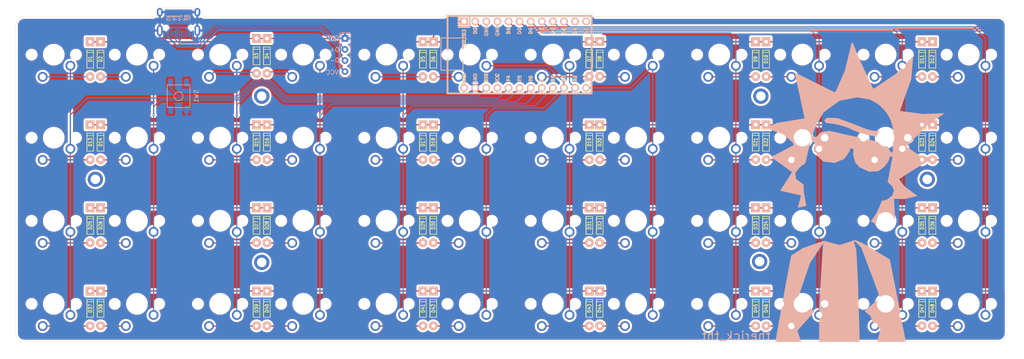
<source format=kicad_pcb>
(kicad_pcb (version 20171130) (host pcbnew "(5.1.2-1)-1")
  (layers (0 F.Cu signal) (31 B.Cu signal) (34 B.Paste user) (35 F.Paste user) (36 B.SilkS user) (37 F.SilkS user) (38 B.Mask user) (39 F.Mask user) (44 Edge.Cuts user))
  (net 0 "")
  (net 1 /row0)
  (net 2 "Net-(D1-Pad2)")
  (net 3 "Net-(D2-Pad2)")
  (net 4 "Net-(D3-Pad2)")
  (net 5 "Net-(D4-Pad2)")
  (net 6 "Net-(D5-Pad2)")
  (net 7 "Net-(D6-Pad2)")
  (net 8 "Net-(D7-Pad2)")
  (net 9 "Net-(D8-Pad2)")
  (net 10 "Net-(D9-Pad2)")
  (net 11 "Net-(D10-Pad2)")
  (net 12 "Net-(D11-Pad2)")
  (net 13 "Net-(D12-Pad2)")
  (net 14 /row1)
  (net 15 "Net-(D13-Pad2)")
  (net 16 "Net-(D14-Pad2)")
  (net 17 "Net-(D15-Pad2)")
  (net 18 "Net-(D16-Pad2)")
  (net 19 "Net-(D17-Pad2)")
  (net 20 "Net-(D18-Pad2)")
  (net 21 "Net-(D19-Pad2)")
  (net 22 "Net-(D20-Pad2)")
  (net 23 "Net-(D21-Pad2)")
  (net 24 "Net-(D22-Pad2)")
  (net 25 "Net-(D23-Pad2)")
  (net 26 "Net-(D24-Pad2)")
  (net 27 "Net-(D25-Pad2)")
  (net 28 /row2)
  (net 29 "Net-(D26-Pad2)")
  (net 30 "Net-(D27-Pad2)")
  (net 31 "Net-(D28-Pad2)")
  (net 32 "Net-(D29-Pad2)")
  (net 33 "Net-(D30-Pad2)")
  (net 34 "Net-(D31-Pad2)")
  (net 35 "Net-(D32-Pad2)")
  (net 36 "Net-(D33-Pad2)")
  (net 37 "Net-(D34-Pad2)")
  (net 38 "Net-(D35-Pad2)")
  (net 39 "Net-(D36-Pad2)")
  (net 40 /row3)
  (net 41 "Net-(D37-Pad2)")
  (net 42 "Net-(D38-Pad2)")
  (net 43 "Net-(D39-Pad2)")
  (net 44 "Net-(D40-Pad2)")
  (net 45 "Net-(D41-Pad2)")
  (net 46 "Net-(D42-Pad2)")
  (net 47 "Net-(D43-Pad2)")
  (net 48 "Net-(D44-Pad2)")
  (net 49 "Net-(D45-Pad2)")
  (net 50 "Net-(D46-Pad2)")
  (net 51 "Net-(D47-Pad2)")
  (net 52 "Net-(D48-Pad2)")
  (net 53 /col0)
  (net 54 /col1)
  (net 55 /col2)
  (net 56 /col3)
  (net 57 /col4)
  (net 58 /col5)
  (net 59 /col6)
  (net 60 /col7)
  (net 61 /col8)
  (net 62 /col9)
  (net 63 /col10)
  (net 64 /col11)
  (net 65 "Net-(SW1-Pad2)")
  (net 66 GND)
  (net 67 D-)
  (net 68 D+)
  (net 69 VCC)
  (module random-keyboard-parts:TYPE-C-31-M-12 (layer B.Cu) (at 84.1375 40.408625)
    (fp_text reference J1)
    (fp_text value TYPE-C-31-M12_13)
    (fp_text user "USB Connector" (at -0.0254 -4.7498) (layer B.SilkS) (effects (font (size 0.5 0.5) (thickness 0.125)) (justify mirror)))
    (fp_text user TYPE-C-M-12 (at -0.0127 -4.0132) (layer B.SilkS) (effects (font (size 0.5 0.5) (thickness 0.125)) (justify mirror)))
    (pad B4 smd roundrect (at 2.45 -1.275) (size 0.6 1.45) (drill (offset 0 0.55)) (layers B.Cu B.Paste B.Mask) (net 69 VCC))
    (pad B1 smd roundrect (at 3.25 -1.275) (size 0.6 1.45) (drill (offset 0 0.55)) (layers B.Cu B.Paste B.Mask) (net 66 GND))
    (pad A4 smd roundrect (at -2.45 -1.275) (size 0.6 1.45) (drill (offset 0 0.55)) (layers B.Cu B.Paste B.Mask) (net 69 VCC))
    (pad S thru_hole oval (at -4.3 -1.5) (size 1.3 2.4) (drill oval 0.6 1.7) (layers *.Cu B.Mask) (net 66 GND))
    (pad A7 smd roundrect (at 0.25 -1.275) (size 0.3 1.45) (drill (offset 0 0.55)) (layers B.Cu B.Paste B.Mask) (net 67 D-))
    (pad B6 smd roundrect (at 0.75 -1.275) (size 0.3 1.45) (drill (offset 0 0.55)) (layers B.Cu B.Paste B.Mask) (net 68 D+))
    (pad A8 smd roundrect (at 1.25 -1.275) (size 0.3 1.45) (drill (offset 0 0.55)) (layers B.Cu B.Paste B.Mask))
    (pad B5 smd roundrect (at 1.75 -1.275) (size 0.3 1.45) (drill (offset 0 0.55)) (layers B.Cu B.Paste B.Mask))
    (pad A6 smd roundrect (at -0.254 -1.275) (size 0.3 1.45) (drill (offset 0 0.55)) (layers B.Cu B.Paste B.Mask) (net 68 D+))
    (pad B7 smd roundrect (at -0.75 -1.275) (size 0.3 1.45) (drill (offset 0 0.55)) (layers B.Cu B.Paste B.Mask) (net 67 D-))
    (pad A5 smd roundrect (at -1.25 -1.275) (size 0.3 1.45) (drill (offset 0 0.55)) (layers B.Cu B.Paste B.Mask))
    (pad B8 smd roundrect (at -1.75 -1.275) (size 0.3 1.45) (drill (offset 0 0.55)) (layers B.Cu B.Paste B.Mask))
    (pad A1 smd roundrect (at -3.25 -1.275) (size 0.6 1.45) (drill (offset 0 0.55)) (layers B.Cu B.Paste B.Mask) (net 66 GND))
    (pad S thru_hole oval (at -4.3 -5.7) (size 1.3 1.9) (drill oval 0.6 1.2) (layers *.Cu *.Mask) (net 66 GND))
    (pad "" np_thru_hole circle (at -2.89 -2.051) (size 0.65 0.65) (drill 0.65) (layers *.Cu *.Mask))
    (pad "" np_thru_hole circle (at 2.89 -2.051) (size 0.65 0.65) (drill 0.65) (layers *.Cu *.Mask))
    (pad S thru_hole oval (at 4.3 -5.7) (size 1.3 1.9) (drill oval 0.6 1.2) (layers *.Cu *.Mask) (net 66 GND))
    (pad S thru_hole oval (at 4.3 -1.5) (size 1.3 2.4) (drill oval 0.6 1.7) (layers *.Cu *.Mask) (net 66 GND))
    (pad S smd oval (at -4.3 -1.5) (size 1.3 2.4) (layers F.Cu F.Mask) (net 66 GND))
  )
  (module Keebio-Parts:Diode_Long (layer F.Cu) (at 63.896875 45.48125 90)
    (fp_text reference D1 (at 0 0 90) (layer F.SilkS) (effects (font (size 0.8 0.7))))
    (fp_text value D hide)
    (pad 2 thru_hole circle (at -4 0 90) (size 2 2) (drill 0.9) (layers *.Cu *.SilkS *.Mask) (net 2 "Net-(D1-Pad2)"))
    (pad 1 thru_hole rect (at 4 0 90) (size 2 2) (drill 0.9) (layers *.Cu *.SilkS *.Mask) (net 1 /row0))
  )
  (module random-keyboard-parts:SKQG-1155865 (layer B.Cu) (at 84.1375 53.975 270)
    (fp_text reference SW1 (at 0 -4.064 90) (layer B.SilkS) (effects (justify mirror)))
    (fp_text value SW_PUSH)
    (pad 4 smd rect (at -3.1 -1.85 270) (size 1.8 1.1) (layers B.Cu B.Paste B.Mask))
    (pad 3 smd rect (at 3.1 1.85 270) (size 1.8 1.1) (layers B.Cu B.Paste B.Mask))
    (pad 2 smd rect (at -3.1 1.85 270) (size 1.8 1.1) (layers B.Cu B.Paste B.Mask) (net 65 "Net-(SW1-Pad2)"))
    (pad 1 smd rect (at 3.1 -1.85 270) (size 1.8 1.1) (layers B.Cu B.Paste B.Mask) (net 66 GND))
  )
  (module Keebio-Parts:Diode_Long (layer F.Cu) (at 142.47992 64.53125 90)
    (fp_text reference D18 (at 0 0 90) (layer F.SilkS) (effects (font (size 0.8 0.7))))
    (fp_text value D hide)
    (pad 2 thru_hole circle (at -4 0 90) (size 2 2) (drill 0.9) (layers *.Cu *.SilkS *.Mask) (net 20 "Net-(D18-Pad2)"))
    (pad 1 thru_hole rect (at 4 0 90) (size 2 2) (drill 0.9) (layers *.Cu *.SilkS *.Mask) (net 14 /row1))
  )
  (module acheron_Connectors:PinHeader_1x4_P2.54mm_Vertical_B_mask (layer B.Cu) (at 122.25 44.52 180)
    (fp_text reference J2 hide)
    (fp_text value 4PIN hide)
    (fp_text user GND (at 2.9335 3.88) (layer B.SilkS) (effects (justify mirror)))
    (fp_text user D+ (at 2.4255 1.213) (layer B.SilkS) (effects (justify mirror)))
    (fp_text user D- (at 2.4255 -1.2) (layer B.SilkS) (effects (justify mirror)))
    (fp_text user VCC (at 2.9335 -3.994) (layer B.SilkS) (effects (justify mirror)))
    (pad 4 thru_hole oval (at 0 -3.81 180) (size 1.524 1.524) (drill 0.762) (layers *.Cu *.Mask) (net 69 VCC))
    (pad 1 thru_hole rect (at 0 3.81 180) (size 1.524 1.524) (drill 0.762) (layers *.Cu *.Mask) (net 66 GND))
    (pad 2 thru_hole oval (at 0 1.27 180) (size 1.524 1.524) (drill 0.762) (layers *.Cu *.Mask) (net 68 D+))
    (pad 3 thru_hole oval (at 0 -1.27 180) (size 1.524 1.524) (drill 0.762) (layers *.Cu *.Mask) (net 67 D-))
  )
  (module Keebio-Parts:Diode_Long (layer F.Cu) (at 216.2996 45.48176 90)
    (fp_text reference D9 (at 0 0 90) (layer F.SilkS) (effects (font (size 0.8 0.7))))
    (fp_text value D hide)
    (pad 1 thru_hole rect (at 4 0 90) (size 2 2) (drill 0.9) (layers *.Cu *.SilkS *.Mask) (net 1 /row0))
    (pad 2 thru_hole circle (at -4 0 90) (size 2 2) (drill 0.9) (layers *.Cu *.SilkS *.Mask) (net 10 "Net-(D9-Pad2)"))
  )
  (module Keebio-Parts:Diode_Long (layer F.Cu) (at 218.68088 45.48176 90)
    (fp_text reference D10 (at 0 0 90) (layer F.SilkS) (effects (font (size 0.8 0.7))))
    (fp_text value D hide)
    (pad 1 thru_hole rect (at 4 0 90) (size 2 2) (drill 0.9) (layers *.Cu *.SilkS *.Mask) (net 1 /row0))
    (pad 2 thru_hole circle (at -4 0 90) (size 2 2) (drill 0.9) (layers *.Cu *.SilkS *.Mask) (net 11 "Net-(D10-Pad2)"))
  )
  (module Keebio-Parts:ArduinoProMicro (layer B.Cu) (at 163.5125 44.45)
    (fp_text reference U1 hide)
    (fp_text value ProMicro hide)
    (fp_text user ST (at -8.91 5.04 -90) (layer F.SilkS) (effects (font (size 0.8 0.8))))
    (fp_text user TX0/D3 (at -13.97 -3.571872 -90) (layer B.SilkS) (effects (font (size 0.8 0.8)) (justify mirror)))
    (fp_text user TX0/D3 (at -13.97 -3.571872 -90) (layer F.SilkS) (effects (font (size 0.8 0.8))))
    (fp_text user D2 (at -11.43 -5.461 -90) (layer B.SilkS) (effects (font (size 0.8 0.8)) (justify mirror)))
    (fp_text user D0 (at -1.27 -5.461 -90) (layer B.SilkS) (effects (font (size 0.8 0.8)) (justify mirror)))
    (fp_text user D1 (at -3.81 -5.461 -90) (layer B.SilkS) (effects (font (size 0.8 0.8)) (justify mirror)))
    (fp_text user GND (at -6.35 -5.461 -90) (layer B.SilkS) (effects (font (size 0.8 0.8)) (justify mirror)))
    (fp_text user GND (at -8.89 -5.461 -90) (layer B.SilkS) (effects (font (size 0.8 0.8)) (justify mirror)))
    (fp_text user D4 (at 1.27 -5.461 -90) (layer B.SilkS) (effects (font (size 0.8 0.8)) (justify mirror)))
    (fp_text user C6 (at 3.81 -5.461 -90) (layer B.SilkS) (effects (font (size 0.8 0.8)) (justify mirror)))
    (fp_text user D7 (at 6.35 -5.461 -90) (layer B.SilkS) (effects (font (size 0.8 0.8)) (justify mirror)))
    (fp_text user E6 (at 8.89 -5.461 -90) (layer B.SilkS) (effects (font (size 0.8 0.8)) (justify mirror)))
    (fp_text user B4 (at 11.43 -5.461 -90) (layer B.SilkS) (effects (font (size 0.8 0.8)) (justify mirror)))
    (fp_text user B5 (at 13.97 -5.461 -90) (layer B.SilkS) (effects (font (size 0.8 0.8)) (justify mirror)))
    (fp_text user B6 (at 13.97 5.461 -90) (layer B.SilkS) (effects (font (size 0.8 0.8)) (justify mirror)))
    (fp_text user B2 (at 11.43 5.461 -90) (layer F.SilkS) (effects (font (size 0.8 0.8))))
    (fp_text user B3 (at 8.89 5.461 -90) (layer B.SilkS) (effects (font (size 0.8 0.8)) (justify mirror)))
    (fp_text user B1 (at 6.35 5.461 -90) (layer B.SilkS) (effects (font (size 0.8 0.8)) (justify mirror)))
    (fp_text user F7 (at 3.81 5.461 -90) (layer F.SilkS) (effects (font (size 0.8 0.8))))
    (fp_text user F6 (at 1.27 5.461 -90) (layer F.SilkS) (effects (font (size 0.8 0.8))))
    (fp_text user F5 (at -1.27 5.461 -90) (layer F.SilkS) (effects (font (size 0.8 0.8))))
    (fp_text user F4 (at -3.81 5.461 -90) (layer B.SilkS) (effects (font (size 0.8 0.8)) (justify mirror)))
    (fp_text user VCC (at -6.35 5.461 -90) (layer B.SilkS) (effects (font (size 0.8 0.8)) (justify mirror)))
    (fp_text user ST (at -8.92 5.73312 -90) (layer B.SilkS) (effects (font (size 0.8 0.8)) (justify mirror)))
    (fp_text user GND (at -11.43 5.461 -90) (layer B.SilkS) (effects (font (size 0.8 0.8)) (justify mirror)))
    (fp_text user RAW (at -13.97 5.461 -90) (layer B.SilkS) (effects (font (size 0.8 0.8)) (justify mirror)))
    (fp_text user RAW (at -13.97 5.461 -90) (layer F.SilkS) (effects (font (size 0.8 0.8))))
    (fp_text user GND (at -11.43 5.461 -90) (layer F.SilkS) (effects (font (size 0.8 0.8))))
    (fp_text user VCC (at -6.35 5.461 -90) (layer F.SilkS) (effects (font (size 0.8 0.8))))
    (fp_text user F4 (at -3.81 5.461 -90) (layer F.SilkS) (effects (font (size 0.8 0.8))))
    (fp_text user F5 (at -1.27 5.461 -90) (layer B.SilkS) (effects (font (size 0.8 0.8)) (justify mirror)))
    (fp_text user F6 (at 1.27 5.461 -90) (layer B.SilkS) (effects (font (size 0.8 0.8)) (justify mirror)))
    (fp_text user F7 (at 3.81 5.461 -90) (layer B.SilkS) (effects (font (size 0.8 0.8)) (justify mirror)))
    (fp_text user B1 (at 6.35 5.461 -90) (layer F.SilkS) (effects (font (size 0.8 0.8))))
    (fp_text user B3 (at 8.89 5.461 -90) (layer F.SilkS) (effects (font (size 0.8 0.8))))
    (fp_text user B2 (at 11.43 5.461 -90) (layer B.SilkS) (effects (font (size 0.8 0.8)) (justify mirror)))
    (fp_text user B6 (at 13.97 5.461 -90) (layer F.SilkS) (effects (font (size 0.8 0.8))))
    (fp_text user B5 (at 13.97 -5.461 -90) (layer F.SilkS) (effects (font (size 0.8 0.8))))
    (fp_text user B4 (at 11.43 -5.461 -90) (layer F.SilkS) (effects (font (size 0.8 0.8))))
    (fp_text user E6 (at 8.89 -5.461 -90) (layer F.SilkS) (effects (font (size 0.8 0.8))))
    (fp_text user D7 (at 6.35 -5.461 -90) (layer F.SilkS) (effects (font (size 0.8 0.8))))
    (fp_text user C6 (at 3.81 -5.461 -90) (layer F.SilkS) (effects (font (size 0.8 0.8))))
    (fp_text user D4 (at 1.27 -5.461 -90) (layer F.SilkS) (effects (font (size 0.8 0.8))))
    (fp_text user GND (at -8.89 -5.461 -90) (layer F.SilkS) (effects (font (size 0.8 0.8))))
    (fp_text user GND (at -6.35 -5.461 -90) (layer F.SilkS) (effects (font (size 0.8 0.8))))
    (fp_text user D1 (at -3.81 -5.461 -90) (layer F.SilkS) (effects (font (size 0.8 0.8))))
    (fp_text user D0 (at -1.27 -5.461 -90) (layer F.SilkS) (effects (font (size 0.8 0.8))))
    (fp_text user D2 (at -11.43 -5.461 -90) (layer F.SilkS) (effects (font (size 0.8 0.8))))
    (pad 24 thru_hole circle (at -13.97 7.62) (size 1.7526 1.7526) (drill 1.0922) (layers *.Cu *.SilkS *.Mask))
    (pad 12 thru_hole circle (at 13.97 -7.62) (size 1.7526 1.7526) (drill 1.0922) (layers *.Cu *.SilkS *.Mask))
    (pad 23 thru_hole circle (at -11.43 7.62) (size 1.7526 1.7526) (drill 1.0922) (layers *.Cu *.SilkS *.Mask) (net 66 GND))
    (pad 22 thru_hole circle (at -8.89 7.62) (size 1.7526 1.7526) (drill 1.0922) (layers *.Cu *.SilkS *.Mask) (net 65 "Net-(SW1-Pad2)"))
    (pad 21 thru_hole circle (at -6.35 7.62) (size 1.7526 1.7526) (drill 1.0922) (layers *.Cu *.SilkS *.Mask))
    (pad 20 thru_hole circle (at -3.81 7.62) (size 1.7526 1.7526) (drill 1.0922) (layers *.Cu *.SilkS *.Mask) (net 53 /col0))
    (pad 19 thru_hole circle (at -1.27 7.62) (size 1.7526 1.7526) (drill 1.0922) (layers *.Cu *.SilkS *.Mask) (net 54 /col1))
    (pad 18 thru_hole circle (at 1.27 7.62) (size 1.7526 1.7526) (drill 1.0922) (layers *.Cu *.SilkS *.Mask) (net 55 /col2))
    (pad 17 thru_hole circle (at 3.81 7.62) (size 1.7526 1.7526) (drill 1.0922) (layers *.Cu *.SilkS *.Mask) (net 56 /col3))
    (pad 16 thru_hole circle (at 6.35 7.62) (size 1.7526 1.7526) (drill 1.0922) (layers *.Cu *.SilkS *.Mask) (net 57 /col4))
    (pad 15 thru_hole circle (at 8.89 7.62) (size 1.7526 1.7526) (drill 1.0922) (layers *.Cu *.SilkS *.Mask) (net 58 /col5))
    (pad 14 thru_hole circle (at 11.43 7.62) (size 1.7526 1.7526) (drill 1.0922) (layers *.Cu *.SilkS *.Mask) (net 59 /col6))
    (pad 13 thru_hole circle (at 13.97 7.62) (size 1.7526 1.7526) (drill 1.0922) (layers *.Cu *.SilkS *.Mask) (net 60 /col7))
    (pad 11 thru_hole circle (at 11.43 -7.62) (size 1.7526 1.7526) (drill 1.0922) (layers *.Cu *.SilkS *.Mask))
    (pad 10 thru_hole circle (at 8.89 -7.62) (size 1.7526 1.7526) (drill 1.0922) (layers *.Cu *.SilkS *.Mask) (net 64 /col11))
    (pad 9 thru_hole circle (at 6.35 -7.62) (size 1.7526 1.7526) (drill 1.0922) (layers *.Cu *.SilkS *.Mask) (net 63 /col10))
    (pad 8 thru_hole circle (at 3.81 -7.62) (size 1.7526 1.7526) (drill 1.0922) (layers *.Cu *.SilkS *.Mask) (net 62 /col9))
    (pad 7 thru_hole circle (at 1.27 -7.62) (size 1.7526 1.7526) (drill 1.0922) (layers *.Cu *.SilkS *.Mask) (net 61 /col8))
    (pad 6 thru_hole circle (at -1.27 -7.62) (size 1.7526 1.7526) (drill 1.0922) (layers *.Cu *.SilkS *.Mask) (net 40 /row3))
    (pad 5 thru_hole circle (at -3.81 -7.62) (size 1.7526 1.7526) (drill 1.0922) (layers *.Cu *.SilkS *.Mask) (net 28 /row2))
    (pad 4 thru_hole circle (at -6.35 -7.62) (size 1.7526 1.7526) (drill 1.0922) (layers *.Cu *.SilkS *.Mask))
    (pad 3 thru_hole circle (at -8.89 -7.62) (size 1.7526 1.7526) (drill 1.0922) (layers *.Cu *.SilkS *.Mask))
    (pad 2 thru_hole circle (at -11.43 -7.62) (size 1.7526 1.7526) (drill 1.0922) (layers *.Cu *.SilkS *.Mask) (net 14 /row1))
    (pad 1 thru_hole rect (at -13.97 -7.62) (size 1.7526 1.7526) (drill 1.0922) (layers *.Cu *.SilkS *.Mask) (net 1 /row0))
  )
  (module Keebio-Parts:Diode_Long (layer F.Cu) (at 178.19912 102.63248 90)
    (fp_text reference D43 (at 0 0 90) (layer F.SilkS) (effects (font (size 0.8 0.7))))
    (fp_text value D hide)
    (pad 1 thru_hole rect (at 4 0 90) (size 2 2) (drill 0.9) (layers *.Cu *.SilkS *.Mask) (net 40 /row3))
    (pad 2 thru_hole circle (at -4 0 90) (size 2 2) (drill 0.9) (layers *.Cu *.SilkS *.Mask) (net 47 "Net-(D43-Pad2)"))
  )
  (module Keebio-Parts:Diode_Long (layer F.Cu) (at 218.68088 64.53125 90)
    (fp_text reference D22 (at 0 0 90) (layer F.SilkS) (effects (font (size 0.8 0.7))))
    (fp_text value D hide)
    (pad 1 thru_hole rect (at 4 0 90) (size 2 2) (drill 0.9) (layers *.Cu *.SilkS *.Mask) (net 14 /row1))
    (pad 2 thru_hole circle (at -4 0 90) (size 2 2) (drill 0.9) (layers *.Cu *.SilkS *.Mask) (net 24 "Net-(D22-Pad2)"))
  )
  (module Keebio-Parts:Diode_Long (layer F.Cu) (at 66.27896 45.48176 90)
    (fp_text reference D2 (at 0 0 90) (layer F.SilkS) (effects (font (size 0.8 0.7))))
    (fp_text value D hide)
    (pad 1 thru_hole rect (at 4 0 90) (size 2 2) (drill 0.9) (layers *.Cu *.SilkS *.Mask) (net 1 /row0))
    (pad 2 thru_hole circle (at -4 0 90) (size 2 2) (drill 0.9) (layers *.Cu *.SilkS *.Mask) (net 3 "Net-(D2-Pad2)"))
  )
  (module Keebio-Parts:Diode_Long (layer F.Cu) (at 101.99816 44.73176 90)
    (fp_text reference D3 (at 0 0 90) (layer F.SilkS) (effects (font (size 0.8 0.7))))
    (fp_text value D hide)
    (pad 1 thru_hole rect (at 4 0 90) (size 2 2) (drill 0.9) (layers *.Cu *.SilkS *.Mask) (net 1 /row0))
    (pad 2 thru_hole circle (at -4 0 90) (size 2 2) (drill 0.9) (layers *.Cu *.SilkS *.Mask) (net 4 "Net-(D3-Pad2)"))
  )
  (module Keebio-Parts:Diode_Long (layer F.Cu) (at 104.37944 44.73176 90)
    (fp_text reference D4 (at 0 0 90) (layer F.SilkS) (effects (font (size 0.8 0.7))))
    (fp_text value D hide)
    (pad 1 thru_hole rect (at 4 0 90) (size 2 2) (drill 0.9) (layers *.Cu *.SilkS *.Mask) (net 1 /row0))
    (pad 2 thru_hole circle (at -4 0 90) (size 2 2) (drill 0.9) (layers *.Cu *.SilkS *.Mask) (net 5 "Net-(D4-Pad2)"))
  )
  (module Keebio-Parts:Diode_Long (layer F.Cu) (at 140.09864 45.48176 90)
    (fp_text reference D5 (at 0 0 90) (layer F.SilkS) (effects (font (size 0.8 0.7))))
    (fp_text value D hide)
    (pad 1 thru_hole rect (at 4 0 90) (size 2 2) (drill 0.9) (layers *.Cu *.SilkS *.Mask) (net 1 /row0))
    (pad 2 thru_hole circle (at -4 0 90) (size 2 2) (drill 0.9) (layers *.Cu *.SilkS *.Mask) (net 6 "Net-(D5-Pad2)"))
  )
  (module Keebio-Parts:Diode_Long (layer F.Cu) (at 142.47992 45.48176 90)
    (fp_text reference D6 (at 0 0 90) (layer F.SilkS) (effects (font (size 0.8 0.7))))
    (fp_text value D hide)
    (pad 1 thru_hole rect (at 4 0 90) (size 2 2) (drill 0.9) (layers *.Cu *.SilkS *.Mask) (net 1 /row0))
    (pad 2 thru_hole circle (at -4 0 90) (size 2 2) (drill 0.9) (layers *.Cu *.SilkS *.Mask) (net 7 "Net-(D6-Pad2)"))
  )
  (module Keebio-Parts:Diode_Long (layer F.Cu) (at 178.19912 45.4224 90)
    (fp_text reference D7 (at 0 0 90) (layer F.SilkS) (effects (font (size 0.8 0.7))))
    (fp_text value D hide)
    (pad 1 thru_hole rect (at 4 0 90) (size 2 2) (drill 0.9) (layers *.Cu *.SilkS *.Mask) (net 1 /row0))
    (pad 2 thru_hole circle (at -4 0 90) (size 2 2) (drill 0.9) (layers *.Cu *.SilkS *.Mask) (net 8 "Net-(D7-Pad2)"))
  )
  (module Keebio-Parts:Diode_Long (layer F.Cu) (at 180.5804 45.4224 90)
    (fp_text reference D8 (at 0 0 90) (layer F.SilkS) (effects (font (size 0.8 0.7))))
    (fp_text value D hide)
    (pad 1 thru_hole rect (at 4 0 90) (size 2 2) (drill 0.9) (layers *.Cu *.SilkS *.Mask) (net 1 /row0))
    (pad 2 thru_hole circle (at -4 0 90) (size 2 2) (drill 0.9) (layers *.Cu *.SilkS *.Mask) (net 9 "Net-(D8-Pad2)"))
  )
  (module Keebio-Parts:Diode_Long (layer F.Cu) (at 254.40008 45.48176 90)
    (fp_text reference D11 (at 0 0 90) (layer F.SilkS) (effects (font (size 0.8 0.7))))
    (fp_text value D hide)
    (pad 1 thru_hole rect (at 4 0 90) (size 2 2) (drill 0.9) (layers *.Cu *.SilkS *.Mask) (net 1 /row0))
    (pad 2 thru_hole circle (at -4 0 90) (size 2 2) (drill 0.9) (layers *.Cu *.SilkS *.Mask) (net 12 "Net-(D11-Pad2)"))
  )
  (module Keebio-Parts:Diode_Long (layer F.Cu) (at 256.78136 45.48125 90)
    (fp_text reference D12 (at 0 0 90) (layer F.SilkS) (effects (font (size 0.8 0.7))))
    (fp_text value D hide)
    (pad 1 thru_hole rect (at 4 0 90) (size 2 2) (drill 0.9) (layers *.Cu *.SilkS *.Mask) (net 1 /row0))
    (pad 2 thru_hole circle (at -4 0 90) (size 2 2) (drill 0.9) (layers *.Cu *.SilkS *.Mask) (net 13 "Net-(D12-Pad2)"))
  )
  (module Keebio-Parts:Diode_Long (layer F.Cu) (at 63.89768 64.53125 90)
    (fp_text reference D13 (at 0 0 90) (layer F.SilkS) (effects (font (size 0.8 0.7))))
    (fp_text value D hide)
    (pad 1 thru_hole rect (at 4 0 90) (size 2 2) (drill 0.9) (layers *.Cu *.SilkS *.Mask) (net 14 /row1))
    (pad 2 thru_hole circle (at -4 0 90) (size 2 2) (drill 0.9) (layers *.Cu *.SilkS *.Mask) (net 15 "Net-(D13-Pad2)"))
  )
  (module Keebio-Parts:Diode_Long (layer F.Cu) (at 66.27896 64.532 90)
    (fp_text reference D14 (at 0 0 90) (layer F.SilkS) (effects (font (size 0.8 0.7))))
    (fp_text value D hide)
    (pad 1 thru_hole rect (at 4 0 90) (size 2 2) (drill 0.9) (layers *.Cu *.SilkS *.Mask) (net 14 /row1))
    (pad 2 thru_hole circle (at -4 0 90) (size 2 2) (drill 0.9) (layers *.Cu *.SilkS *.Mask) (net 16 "Net-(D14-Pad2)"))
  )
  (module Keebio-Parts:Diode_Long (layer F.Cu) (at 101.99816 64.532 90)
    (fp_text reference D15 (at 0 0 90) (layer F.SilkS) (effects (font (size 0.8 0.7))))
    (fp_text value D hide)
    (pad 1 thru_hole rect (at 4 0 90) (size 2 2) (drill 0.9) (layers *.Cu *.SilkS *.Mask) (net 14 /row1))
    (pad 2 thru_hole circle (at -4 0 90) (size 2 2) (drill 0.9) (layers *.Cu *.SilkS *.Mask) (net 17 "Net-(D15-Pad2)"))
  )
  (module Keebio-Parts:Diode_Long (layer F.Cu) (at 104.37944 64.532 90)
    (fp_text reference D16 (at 0 0 90) (layer F.SilkS) (effects (font (size 0.8 0.7))))
    (fp_text value D hide)
    (pad 1 thru_hole rect (at 4 0 90) (size 2 2) (drill 0.9) (layers *.Cu *.SilkS *.Mask) (net 14 /row1))
    (pad 2 thru_hole circle (at -4 0 90) (size 2 2) (drill 0.9) (layers *.Cu *.SilkS *.Mask) (net 18 "Net-(D16-Pad2)"))
  )
  (module Keebio-Parts:Diode_Long (layer F.Cu) (at 140.09864 64.53125 90)
    (fp_text reference D17 (at 0 0 90) (layer F.SilkS) (effects (font (size 0.8 0.7))))
    (fp_text value D hide)
    (pad 1 thru_hole rect (at 4 0 90) (size 2 2) (drill 0.9) (layers *.Cu *.SilkS *.Mask) (net 14 /row1))
    (pad 2 thru_hole circle (at -4 0 90) (size 2 2) (drill 0.9) (layers *.Cu *.SilkS *.Mask) (net 19 "Net-(D17-Pad2)"))
  )
  (module Keebio-Parts:Diode_Long (layer F.Cu) (at 178.19912 64.53125 90)
    (fp_text reference D19 (at 0 0 90) (layer F.SilkS) (effects (font (size 0.8 0.7))))
    (fp_text value D hide)
    (pad 1 thru_hole rect (at 4 0 90) (size 2 2) (drill 0.9) (layers *.Cu *.SilkS *.Mask) (net 14 /row1))
    (pad 2 thru_hole circle (at -4 0 90) (size 2 2) (drill 0.9) (layers *.Cu *.SilkS *.Mask) (net 21 "Net-(D19-Pad2)"))
  )
  (module Keebio-Parts:Diode_Long (layer F.Cu) (at 180.5804 64.532 90)
    (fp_text reference D20 (at 0 0 90) (layer F.SilkS) (effects (font (size 0.8 0.7))))
    (fp_text value D hide)
    (pad 1 thru_hole rect (at 4 0 90) (size 2 2) (drill 0.9) (layers *.Cu *.SilkS *.Mask) (net 14 /row1))
    (pad 2 thru_hole circle (at -4 0 90) (size 2 2) (drill 0.9) (layers *.Cu *.SilkS *.Mask) (net 22 "Net-(D20-Pad2)"))
  )
  (module Keebio-Parts:Diode_Long (layer F.Cu) (at 216.2996 64.5008 90)
    (fp_text reference D21 (at 0 0 90) (layer F.SilkS) (effects (font (size 0.8 0.7))))
    (fp_text value D hide)
    (pad 1 thru_hole rect (at 4 0 90) (size 2 2) (drill 0.9) (layers *.Cu *.SilkS *.Mask) (net 14 /row1))
    (pad 2 thru_hole circle (at -4 0 90) (size 2 2) (drill 0.9) (layers *.Cu *.SilkS *.Mask) (net 23 "Net-(D21-Pad2)"))
  )
  (module Keebio-Parts:Diode_Long (layer F.Cu) (at 254.40008 64.532 90)
    (fp_text reference D23 (at 0 0 90) (layer F.SilkS) (effects (font (size 0.8 0.7))))
    (fp_text value D hide)
    (pad 1 thru_hole rect (at 4 0 90) (size 2 2) (drill 0.9) (layers *.Cu *.SilkS *.Mask) (net 14 /row1))
    (pad 2 thru_hole circle (at -4 0 90) (size 2 2) (drill 0.9) (layers *.Cu *.SilkS *.Mask) (net 25 "Net-(D23-Pad2)"))
  )
  (module Keebio-Parts:Diode_Long (layer F.Cu) (at 256.78136 64.53125 90)
    (fp_text reference D24 (at 0 0 90) (layer F.SilkS) (effects (font (size 0.8 0.7))))
    (fp_text value D hide)
    (pad 1 thru_hole rect (at 4 0 90) (size 2 2) (drill 0.9) (layers *.Cu *.SilkS *.Mask) (net 14 /row1))
    (pad 2 thru_hole circle (at -4 0 90) (size 2 2) (drill 0.9) (layers *.Cu *.SilkS *.Mask) (net 26 "Net-(D24-Pad2)"))
  )
  (module Keebio-Parts:Diode_Long (layer F.Cu) (at 63.89768 83.58224 90)
    (fp_text reference D25 (at 0 0 90) (layer F.SilkS) (effects (font (size 0.8 0.7))))
    (fp_text value D hide)
    (pad 1 thru_hole rect (at 4 0 90) (size 2 2) (drill 0.9) (layers *.Cu *.SilkS *.Mask) (net 28 /row2))
    (pad 2 thru_hole circle (at -4 0 90) (size 2 2) (drill 0.9) (layers *.Cu *.SilkS *.Mask) (net 27 "Net-(D25-Pad2)"))
  )
  (module Keebio-Parts:Diode_Long (layer F.Cu) (at 66.27896 83.58224 90)
    (fp_text reference D26 (at 0 0 90) (layer F.SilkS) (effects (font (size 0.8 0.7))))
    (fp_text value D hide)
    (pad 1 thru_hole rect (at 4 0 90) (size 2 2) (drill 0.9) (layers *.Cu *.SilkS *.Mask) (net 28 /row2))
    (pad 2 thru_hole circle (at -4 0 90) (size 2 2) (drill 0.9) (layers *.Cu *.SilkS *.Mask) (net 29 "Net-(D26-Pad2)"))
  )
  (module Keebio-Parts:Diode_Long (layer F.Cu) (at 101.99816 83.58224 90)
    (fp_text reference D27 (at 0 0 90) (layer F.SilkS) (effects (font (size 0.8 0.7))))
    (fp_text value D hide)
    (pad 1 thru_hole rect (at 4 0 90) (size 2 2) (drill 0.9) (layers *.Cu *.SilkS *.Mask) (net 28 /row2))
    (pad 2 thru_hole circle (at -4 0 90) (size 2 2) (drill 0.9) (layers *.Cu *.SilkS *.Mask) (net 30 "Net-(D27-Pad2)"))
  )
  (module Keebio-Parts:Diode_Long (layer F.Cu) (at 104.37944 83.58224 90)
    (fp_text reference D28 (at 0 0 90) (layer F.SilkS) (effects (font (size 0.8 0.7))))
    (fp_text value D hide)
    (pad 1 thru_hole rect (at 4 0 90) (size 2 2) (drill 0.9) (layers *.Cu *.SilkS *.Mask) (net 28 /row2))
    (pad 2 thru_hole circle (at -4 0 90) (size 2 2) (drill 0.9) (layers *.Cu *.SilkS *.Mask) (net 31 "Net-(D28-Pad2)"))
  )
  (module Keebio-Parts:Diode_Long (layer F.Cu) (at 140.09864 83.58224 90)
    (fp_text reference D29 (at 0 0 90) (layer F.SilkS) (effects (font (size 0.8 0.7))))
    (fp_text value D hide)
    (pad 1 thru_hole rect (at 4 0 90) (size 2 2) (drill 0.9) (layers *.Cu *.SilkS *.Mask) (net 28 /row2))
    (pad 2 thru_hole circle (at -4 0 90) (size 2 2) (drill 0.9) (layers *.Cu *.SilkS *.Mask) (net 32 "Net-(D29-Pad2)"))
  )
  (module Keebio-Parts:Diode_Long (layer F.Cu) (at 142.47992 83.58125 90)
    (fp_text reference D30 (at 0 0 90) (layer F.SilkS) (effects (font (size 0.8 0.7))))
    (fp_text value D hide)
    (pad 1 thru_hole rect (at 4 0 90) (size 2 2) (drill 0.9) (layers *.Cu *.SilkS *.Mask) (net 28 /row2))
    (pad 2 thru_hole circle (at -4 0 90) (size 2 2) (drill 0.9) (layers *.Cu *.SilkS *.Mask) (net 33 "Net-(D30-Pad2)"))
  )
  (module Keebio-Parts:Diode_Long (layer F.Cu) (at 178.19912 83.58224 90)
    (fp_text reference D31 (at 0 0 90) (layer F.SilkS) (effects (font (size 0.8 0.7))))
    (fp_text value D hide)
    (pad 1 thru_hole rect (at 4 0 90) (size 2 2) (drill 0.9) (layers *.Cu *.SilkS *.Mask) (net 28 /row2))
    (pad 2 thru_hole circle (at -4 0 90) (size 2 2) (drill 0.9) (layers *.Cu *.SilkS *.Mask) (net 34 "Net-(D31-Pad2)"))
  )
  (module Keebio-Parts:Diode_Long (layer F.Cu) (at 180.5804 83.58224 90)
    (fp_text reference D32 (at 0 0 90) (layer F.SilkS) (effects (font (size 0.8 0.7))))
    (fp_text value D hide)
    (pad 1 thru_hole rect (at 4 0 90) (size 2 2) (drill 0.9) (layers *.Cu *.SilkS *.Mask) (net 28 /row2))
    (pad 2 thru_hole circle (at -4 0 90) (size 2 2) (drill 0.9) (layers *.Cu *.SilkS *.Mask) (net 35 "Net-(D32-Pad2)"))
  )
  (module Keebio-Parts:Diode_Long (layer F.Cu) (at 216.2996 83.58224 90)
    (fp_text reference D33 (at 0 0 90) (layer F.SilkS) (effects (font (size 0.8 0.7))))
    (fp_text value D hide)
    (pad 1 thru_hole rect (at 4 0 90) (size 2 2) (drill 0.9) (layers *.Cu *.SilkS *.Mask) (net 28 /row2))
    (pad 2 thru_hole circle (at -4 0 90) (size 2 2) (drill 0.9) (layers *.Cu *.SilkS *.Mask) (net 36 "Net-(D33-Pad2)"))
  )
  (module Keebio-Parts:Diode_Long (layer F.Cu) (at 218.68088 83.58224 90)
    (fp_text reference D34 (at 0 0 90) (layer F.SilkS) (effects (font (size 0.8 0.7))))
    (fp_text value D hide)
    (pad 1 thru_hole rect (at 4 0 90) (size 2 2) (drill 0.9) (layers *.Cu *.SilkS *.Mask) (net 28 /row2))
    (pad 2 thru_hole circle (at -4 0 90) (size 2 2) (drill 0.9) (layers *.Cu *.SilkS *.Mask) (net 37 "Net-(D34-Pad2)"))
  )
  (module Keebio-Parts:Diode_Long (layer F.Cu) (at 254.40008 83.58224 90)
    (fp_text reference D35 (at 0 0 90) (layer F.SilkS) (effects (font (size 0.8 0.7))))
    (fp_text value D hide)
    (pad 1 thru_hole rect (at 4 0 90) (size 2 2) (drill 0.9) (layers *.Cu *.SilkS *.Mask) (net 28 /row2))
    (pad 2 thru_hole circle (at -4 0 90) (size 2 2) (drill 0.9) (layers *.Cu *.SilkS *.Mask) (net 38 "Net-(D35-Pad2)"))
  )
  (module Keebio-Parts:Diode_Long (layer F.Cu) (at 256.78136 83.58224 90)
    (fp_text reference D36 (at 0 0 90) (layer F.SilkS) (effects (font (size 0.8 0.7))))
    (fp_text value D hide)
    (pad 1 thru_hole rect (at 4 0 90) (size 2 2) (drill 0.9) (layers *.Cu *.SilkS *.Mask) (net 28 /row2))
    (pad 2 thru_hole circle (at -4 0 90) (size 2 2) (drill 0.9) (layers *.Cu *.SilkS *.Mask) (net 39 "Net-(D36-Pad2)"))
  )
  (module Keebio-Parts:Diode_Long (layer F.Cu) (at 63.89768 102.63248 90)
    (fp_text reference D37 (at 0 0 90) (layer F.SilkS) (effects (font (size 0.8 0.7))))
    (fp_text value D hide)
    (pad 1 thru_hole rect (at 4 0 90) (size 2 2) (drill 0.9) (layers *.Cu *.SilkS *.Mask) (net 40 /row3))
    (pad 2 thru_hole circle (at -4 0 90) (size 2 2) (drill 0.9) (layers *.Cu *.SilkS *.Mask) (net 41 "Net-(D37-Pad2)"))
  )
  (module Keebio-Parts:Diode_Long (layer F.Cu) (at 66.27896 102.63248 90)
    (fp_text reference D38 (at 0 0 90) (layer F.SilkS) (effects (font (size 0.8 0.7))))
    (fp_text value D hide)
    (pad 1 thru_hole rect (at 4 0 90) (size 2 2) (drill 0.9) (layers *.Cu *.SilkS *.Mask) (net 40 /row3))
    (pad 2 thru_hole circle (at -4 0 90) (size 2 2) (drill 0.9) (layers *.Cu *.SilkS *.Mask) (net 42 "Net-(D38-Pad2)"))
  )
  (module Keebio-Parts:Diode_Long (layer F.Cu) (at 101.99816 102.63248 90)
    (fp_text reference D39 (at 0 0 90) (layer F.SilkS) (effects (font (size 0.8 0.7))))
    (fp_text value D hide)
    (pad 1 thru_hole rect (at 4 0 90) (size 2 2) (drill 0.9) (layers *.Cu *.SilkS *.Mask) (net 40 /row3))
    (pad 2 thru_hole circle (at -4 0 90) (size 2 2) (drill 0.9) (layers *.Cu *.SilkS *.Mask) (net 43 "Net-(D39-Pad2)"))
  )
  (module Keebio-Parts:Diode_Long (layer F.Cu) (at 104.37944 102.63248 90)
    (fp_text reference D40 (at 0 0 90) (layer F.SilkS) (effects (font (size 0.8 0.7))))
    (fp_text value D hide)
    (pad 1 thru_hole rect (at 4 0 90) (size 2 2) (drill 0.9) (layers *.Cu *.SilkS *.Mask) (net 40 /row3))
    (pad 2 thru_hole circle (at -4 0 90) (size 2 2) (drill 0.9) (layers *.Cu *.SilkS *.Mask) (net 44 "Net-(D40-Pad2)"))
  )
  (module Keebio-Parts:Diode_Long (layer F.Cu) (at 140.09864 102.63248 90)
    (fp_text reference D41 (at 0 0 90) (layer F.SilkS) (effects (font (size 0.8 0.7))))
    (fp_text value D hide)
    (pad 1 thru_hole rect (at 4 0 90) (size 2 2) (drill 0.9) (layers *.Cu *.SilkS *.Mask) (net 40 /row3))
    (pad 2 thru_hole circle (at -4 0 90) (size 2 2) (drill 0.9) (layers *.Cu *.SilkS *.Mask) (net 45 "Net-(D41-Pad2)"))
  )
  (module Keebio-Parts:Diode_Long (layer F.Cu) (at 142.47992 102.63248 90)
    (fp_text reference D42 (at 0 0 90) (layer F.SilkS) (effects (font (size 0.8 0.7))))
    (fp_text value D hide)
    (pad 1 thru_hole rect (at 4 0 90) (size 2 2) (drill 0.9) (layers *.Cu *.SilkS *.Mask) (net 40 /row3))
    (pad 2 thru_hole circle (at -4 0 90) (size 2 2) (drill 0.9) (layers *.Cu *.SilkS *.Mask) (net 46 "Net-(D42-Pad2)"))
  )
  (module Keebio-Parts:Diode_Long (layer F.Cu) (at 180.5804 102.63248 90)
    (fp_text reference D44 (at 0 0 90) (layer F.SilkS) (effects (font (size 0.8 0.7))))
    (fp_text value D hide)
    (pad 1 thru_hole rect (at 4 0 90) (size 2 2) (drill 0.9) (layers *.Cu *.SilkS *.Mask) (net 40 /row3))
    (pad 2 thru_hole circle (at -4 0 90) (size 2 2) (drill 0.9) (layers *.Cu *.SilkS *.Mask) (net 48 "Net-(D44-Pad2)"))
  )
  (module Keebio-Parts:Diode_Long (layer F.Cu) (at 216.2996 102.63125 90)
    (fp_text reference D45 (at 0 0 90) (layer F.SilkS) (effects (font (size 0.8 0.7))))
    (fp_text value D hide)
    (pad 1 thru_hole rect (at 4 0 90) (size 2 2) (drill 0.9) (layers *.Cu *.SilkS *.Mask) (net 40 /row3))
    (pad 2 thru_hole circle (at -4 0 90) (size 2 2) (drill 0.9) (layers *.Cu *.SilkS *.Mask) (net 49 "Net-(D45-Pad2)"))
  )
  (module Keebio-Parts:Diode_Long (layer F.Cu) (at 218.68088 102.63125 90)
    (fp_text reference D46 (at 0 0 90) (layer F.SilkS) (effects (font (size 0.8 0.7))))
    (fp_text value D hide)
    (pad 1 thru_hole rect (at 4 0 90) (size 2 2) (drill 0.9) (layers *.Cu *.SilkS *.Mask) (net 40 /row3))
    (pad 2 thru_hole circle (at -4 0 90) (size 2 2) (drill 0.9) (layers *.Cu *.SilkS *.Mask) (net 50 "Net-(D46-Pad2)"))
  )
  (module Keebio-Parts:Diode_Long (layer F.Cu) (at 254.40008 102.63248 90)
    (fp_text reference D47 (at 0 0 90) (layer F.SilkS) (effects (font (size 0.8 0.7))))
    (fp_text value D hide)
    (pad 1 thru_hole rect (at 4 0 90) (size 2 2) (drill 0.9) (layers *.Cu *.SilkS *.Mask) (net 40 /row3))
    (pad 2 thru_hole circle (at -4 0 90) (size 2 2) (drill 0.9) (layers *.Cu *.SilkS *.Mask) (net 51 "Net-(D47-Pad2)"))
  )
  (module Keebio-Parts:Diode_Long (layer F.Cu) (at 256.78136 102.63248 90)
    (fp_text reference D48 (at 0 0 90) (layer F.SilkS) (effects (font (size 0.8 0.7))))
    (fp_text value D hide)
    (pad 1 thru_hole rect (at 4 0 90) (size 2 2) (drill 0.9) (layers *.Cu *.SilkS *.Mask) (net 40 /row3))
    (pad 2 thru_hole circle (at -4 0 90) (size 2 2) (drill 0.9) (layers *.Cu *.SilkS *.Mask) (net 52 "Net-(D48-Pad2)"))
  )
  (module random-keyboard-parts:Generic-Mounthole (layer F.Cu) (at 65.0875 73.025)
    (fp_text reference H1)
    (fp_text value MountingHole)
    (pad 1 thru_hole circle (at 0 0) (size 3.5 3.5) (drill 2.2) (layers *.Cu *.Mask))
  )
  (module random-keyboard-parts:Generic-Mounthole (layer F.Cu) (at 103.1875 53.975)
    (fp_text reference H2)
    (fp_text value MountingHole)
    (pad 1 thru_hole circle (at 0 0) (size 3.5 3.5) (drill 2.2) (layers *.Cu *.Mask))
  )
  (module random-keyboard-parts:Generic-Mounthole (layer F.Cu) (at 103.1875 92.075)
    (fp_text reference H3)
    (fp_text value MountingHole)
    (pad 1 thru_hole circle (at 0 0) (size 3.5 3.5) (drill 2.2) (layers *.Cu *.Mask))
  )
  (module random-keyboard-parts:Generic-Mounthole (layer F.Cu) (at 217.4875 53.975)
    (fp_text reference H4)
    (fp_text value MountingHole)
    (pad 1 thru_hole circle (at 0 0) (size 3.5 3.5) (drill 2.2) (layers *.Cu *.Mask))
  )
  (module random-keyboard-parts:Generic-Mounthole (layer F.Cu) (at 217.20625 91.88125)
    (fp_text reference H5)
    (fp_text value MountingHole)
    (pad 1 thru_hole circle (at 0 0) (size 3.5 3.5) (drill 2.2) (layers *.Cu *.Mask))
  )
  (module random-keyboard-parts:Generic-Mounthole (layer F.Cu) (at 255.5875 73.025)
    (fp_text reference H6)
    (fp_text value MountingHole)
    (pad 1 thru_hole circle (at 0 0) (size 3.5 3.5) (drill 2.2) (layers *.Cu *.Mask))
  )
  (module MX_Only:MXOnly-1U-NoLED (layer F.Cu) (at 55.5625 44.45 180)
    (fp_text reference K1)
    (fp_text value KEYSW)
    (pad 2 thru_hole circle (at 2.54 -5.08 180) (size 2.25 2.25) (drill 1.47) (layers *.Cu B.Mask) (net 2 "Net-(D1-Pad2)"))
    (pad "" np_thru_hole circle (at 0 0 180) (size 3.9878 3.9878) (drill 3.9878) (layers *.Cu *.Mask))
    (pad 1 thru_hole circle (at -3.81 -2.54 180) (size 2.25 2.25) (drill 1.47) (layers *.Cu B.Mask) (net 53 /col0))
    (pad "" np_thru_hole circle (at -5.08 0 228.0996) (size 1.75 1.75) (drill 1.75) (layers *.Cu *.Mask))
    (pad "" np_thru_hole circle (at 5.08 0 228.0996) (size 1.75 1.75) (drill 1.75) (layers *.Cu *.Mask))
  )
  (module MX_Only:MXOnly-1U-NoLED (layer F.Cu) (at 74.6125 44.45 180)
    (fp_text reference K2)
    (fp_text value KEYSW)
    (pad 2 thru_hole circle (at 2.54 -5.08 180) (size 2.25 2.25) (drill 1.47) (layers *.Cu B.Mask) (net 3 "Net-(D2-Pad2)"))
    (pad "" np_thru_hole circle (at 0 0 180) (size 3.9878 3.9878) (drill 3.9878) (layers *.Cu *.Mask))
    (pad 1 thru_hole circle (at -3.81 -2.54 180) (size 2.25 2.25) (drill 1.47) (layers *.Cu B.Mask) (net 54 /col1))
    (pad "" np_thru_hole circle (at -5.08 0 228.0996) (size 1.75 1.75) (drill 1.75) (layers *.Cu *.Mask))
    (pad "" np_thru_hole circle (at 5.08 0 228.0996) (size 1.75 1.75) (drill 1.75) (layers *.Cu *.Mask))
  )
  (module MX_Only:MXOnly-1U-NoLED (layer F.Cu) (at 93.6625 44.45 180)
    (fp_text reference K3)
    (fp_text value KEYSW)
    (pad 2 thru_hole circle (at 2.54 -5.08 180) (size 2.25 2.25) (drill 1.47) (layers *.Cu B.Mask) (net 4 "Net-(D3-Pad2)"))
    (pad "" np_thru_hole circle (at 0 0 180) (size 3.9878 3.9878) (drill 3.9878) (layers *.Cu *.Mask))
    (pad 1 thru_hole circle (at -3.81 -2.54 180) (size 2.25 2.25) (drill 1.47) (layers *.Cu B.Mask) (net 55 /col2))
    (pad "" np_thru_hole circle (at -5.08 0 228.0996) (size 1.75 1.75) (drill 1.75) (layers *.Cu *.Mask))
    (pad "" np_thru_hole circle (at 5.08 0 228.0996) (size 1.75 1.75) (drill 1.75) (layers *.Cu *.Mask))
  )
  (module MX_Only:MXOnly-1U-NoLED (layer F.Cu) (at 112.7125 44.45 180)
    (fp_text reference K4)
    (fp_text value KEYSW)
    (pad 2 thru_hole circle (at 2.54 -5.08 180) (size 2.25 2.25) (drill 1.47) (layers *.Cu B.Mask) (net 5 "Net-(D4-Pad2)"))
    (pad "" np_thru_hole circle (at 0 0 180) (size 3.9878 3.9878) (drill 3.9878) (layers *.Cu *.Mask))
    (pad 1 thru_hole circle (at -3.81 -2.54 180) (size 2.25 2.25) (drill 1.47) (layers *.Cu B.Mask) (net 56 /col3))
    (pad "" np_thru_hole circle (at -5.08 0 228.0996) (size 1.75 1.75) (drill 1.75) (layers *.Cu *.Mask))
    (pad "" np_thru_hole circle (at 5.08 0 228.0996) (size 1.75 1.75) (drill 1.75) (layers *.Cu *.Mask))
  )
  (module MX_Only:MXOnly-1U-NoLED (layer F.Cu) (at 131.7625 44.45 180)
    (fp_text reference K5)
    (fp_text value KEYSW)
    (pad 2 thru_hole circle (at 2.54 -5.08 180) (size 2.25 2.25) (drill 1.47) (layers *.Cu B.Mask) (net 6 "Net-(D5-Pad2)"))
    (pad "" np_thru_hole circle (at 0 0 180) (size 3.9878 3.9878) (drill 3.9878) (layers *.Cu *.Mask))
    (pad 1 thru_hole circle (at -3.81 -2.54 180) (size 2.25 2.25) (drill 1.47) (layers *.Cu B.Mask) (net 57 /col4))
    (pad "" np_thru_hole circle (at -5.08 0 228.0996) (size 1.75 1.75) (drill 1.75) (layers *.Cu *.Mask))
    (pad "" np_thru_hole circle (at 5.08 0 228.0996) (size 1.75 1.75) (drill 1.75) (layers *.Cu *.Mask))
  )
  (module MX_Only:MXOnly-1U-NoLED (layer F.Cu) (at 150.8125 44.45 180)
    (fp_text reference K6)
    (fp_text value KEYSW)
    (pad 2 thru_hole circle (at 2.54 -5.08 180) (size 2.25 2.25) (drill 1.47) (layers *.Cu B.Mask) (net 7 "Net-(D6-Pad2)"))
    (pad "" np_thru_hole circle (at 0 0 180) (size 3.9878 3.9878) (drill 3.9878) (layers *.Cu *.Mask))
    (pad 1 thru_hole circle (at -3.81 -2.54 180) (size 2.25 2.25) (drill 1.47) (layers *.Cu B.Mask) (net 58 /col5))
    (pad "" np_thru_hole circle (at -5.08 0 228.0996) (size 1.75 1.75) (drill 1.75) (layers *.Cu *.Mask))
    (pad "" np_thru_hole circle (at 5.08 0 228.0996) (size 1.75 1.75) (drill 1.75) (layers *.Cu *.Mask))
  )
  (module MX_Only:MXOnly-1U-NoLED (layer F.Cu) (at 169.8625 44.45 180)
    (fp_text reference K7)
    (fp_text value KEYSW)
    (pad 2 thru_hole circle (at 2.54 -5.08 180) (size 2.25 2.25) (drill 1.47) (layers *.Cu B.Mask) (net 8 "Net-(D7-Pad2)"))
    (pad "" np_thru_hole circle (at 0 0 180) (size 3.9878 3.9878) (drill 3.9878) (layers *.Cu *.Mask))
    (pad 1 thru_hole circle (at -3.81 -2.54 180) (size 2.25 2.25) (drill 1.47) (layers *.Cu B.Mask) (net 59 /col6))
    (pad "" np_thru_hole circle (at -5.08 0 228.0996) (size 1.75 1.75) (drill 1.75) (layers *.Cu *.Mask))
    (pad "" np_thru_hole circle (at 5.08 0 228.0996) (size 1.75 1.75) (drill 1.75) (layers *.Cu *.Mask))
  )
  (module MX_Only:MXOnly-1U-NoLED (layer F.Cu) (at 188.9125 44.45 180)
    (fp_text reference K8)
    (fp_text value KEYSW)
    (pad 2 thru_hole circle (at 2.54 -5.08 180) (size 2.25 2.25) (drill 1.47) (layers *.Cu B.Mask) (net 9 "Net-(D8-Pad2)"))
    (pad "" np_thru_hole circle (at 0 0 180) (size 3.9878 3.9878) (drill 3.9878) (layers *.Cu *.Mask))
    (pad 1 thru_hole circle (at -3.81 -2.54 180) (size 2.25 2.25) (drill 1.47) (layers *.Cu B.Mask) (net 60 /col7))
    (pad "" np_thru_hole circle (at -5.08 0 228.0996) (size 1.75 1.75) (drill 1.75) (layers *.Cu *.Mask))
    (pad "" np_thru_hole circle (at 5.08 0 228.0996) (size 1.75 1.75) (drill 1.75) (layers *.Cu *.Mask))
  )
  (module MX_Only:MXOnly-1U-NoLED (layer F.Cu) (at 207.9625 44.45 180)
    (fp_text reference K9)
    (fp_text value KEYSW)
    (pad 2 thru_hole circle (at 2.54 -5.08 180) (size 2.25 2.25) (drill 1.47) (layers *.Cu B.Mask) (net 10 "Net-(D9-Pad2)"))
    (pad "" np_thru_hole circle (at 0 0 180) (size 3.9878 3.9878) (drill 3.9878) (layers *.Cu *.Mask))
    (pad 1 thru_hole circle (at -3.81 -2.54 180) (size 2.25 2.25) (drill 1.47) (layers *.Cu B.Mask) (net 61 /col8))
    (pad "" np_thru_hole circle (at -5.08 0 228.0996) (size 1.75 1.75) (drill 1.75) (layers *.Cu *.Mask))
    (pad "" np_thru_hole circle (at 5.08 0 228.0996) (size 1.75 1.75) (drill 1.75) (layers *.Cu *.Mask))
  )
  (module MX_Only:MXOnly-1U-NoLED (layer F.Cu) (at 227.0125 44.45 180)
    (fp_text reference K10)
    (fp_text value KEYSW)
    (pad 2 thru_hole circle (at 2.54 -5.08 180) (size 2.25 2.25) (drill 1.47) (layers *.Cu B.Mask) (net 11 "Net-(D10-Pad2)"))
    (pad "" np_thru_hole circle (at 0 0 180) (size 3.9878 3.9878) (drill 3.9878) (layers *.Cu *.Mask))
    (pad 1 thru_hole circle (at -3.81 -2.54 180) (size 2.25 2.25) (drill 1.47) (layers *.Cu B.Mask) (net 62 /col9))
    (pad "" np_thru_hole circle (at -5.08 0 228.0996) (size 1.75 1.75) (drill 1.75) (layers *.Cu *.Mask))
    (pad "" np_thru_hole circle (at 5.08 0 228.0996) (size 1.75 1.75) (drill 1.75) (layers *.Cu *.Mask))
  )
  (module MX_Only:MXOnly-1U-NoLED (layer F.Cu) (at 246.0625 44.45 180)
    (fp_text reference K11)
    (fp_text value KEYSW)
    (pad 2 thru_hole circle (at 2.54 -5.08 180) (size 2.25 2.25) (drill 1.47) (layers *.Cu B.Mask) (net 12 "Net-(D11-Pad2)"))
    (pad "" np_thru_hole circle (at 0 0 180) (size 3.9878 3.9878) (drill 3.9878) (layers *.Cu *.Mask))
    (pad 1 thru_hole circle (at -3.81 -2.54 180) (size 2.25 2.25) (drill 1.47) (layers *.Cu B.Mask) (net 63 /col10))
    (pad "" np_thru_hole circle (at -5.08 0 228.0996) (size 1.75 1.75) (drill 1.75) (layers *.Cu *.Mask))
    (pad "" np_thru_hole circle (at 5.08 0 228.0996) (size 1.75 1.75) (drill 1.75) (layers *.Cu *.Mask))
  )
  (module MX_Only:MXOnly-1U-NoLED (layer F.Cu) (at 265.1125 44.45 180)
    (fp_text reference K12)
    (fp_text value KEYSW)
    (pad 2 thru_hole circle (at 2.54 -5.08 180) (size 2.25 2.25) (drill 1.47) (layers *.Cu B.Mask) (net 13 "Net-(D12-Pad2)"))
    (pad "" np_thru_hole circle (at 0 0 180) (size 3.9878 3.9878) (drill 3.9878) (layers *.Cu *.Mask))
    (pad 1 thru_hole circle (at -3.81 -2.54 180) (size 2.25 2.25) (drill 1.47) (layers *.Cu B.Mask) (net 64 /col11))
    (pad "" np_thru_hole circle (at -5.08 0 228.0996) (size 1.75 1.75) (drill 1.75) (layers *.Cu *.Mask))
    (pad "" np_thru_hole circle (at 5.08 0 228.0996) (size 1.75 1.75) (drill 1.75) (layers *.Cu *.Mask))
  )
  (module MX_Only:MXOnly-1U-NoLED (layer F.Cu) (at 55.5625 63.5 180)
    (fp_text reference K13)
    (fp_text value KEYSW)
    (pad 2 thru_hole circle (at 2.54 -5.08 180) (size 2.25 2.25) (drill 1.47) (layers *.Cu B.Mask) (net 15 "Net-(D13-Pad2)"))
    (pad "" np_thru_hole circle (at 0 0 180) (size 3.9878 3.9878) (drill 3.9878) (layers *.Cu *.Mask))
    (pad 1 thru_hole circle (at -3.81 -2.54 180) (size 2.25 2.25) (drill 1.47) (layers *.Cu B.Mask) (net 53 /col0))
    (pad "" np_thru_hole circle (at -5.08 0 228.0996) (size 1.75 1.75) (drill 1.75) (layers *.Cu *.Mask))
    (pad "" np_thru_hole circle (at 5.08 0 228.0996) (size 1.75 1.75) (drill 1.75) (layers *.Cu *.Mask))
  )
  (module MX_Only:MXOnly-1U-NoLED (layer F.Cu) (at 74.6125 63.5 180)
    (fp_text reference K14)
    (fp_text value KEYSW)
    (pad 2 thru_hole circle (at 2.54 -5.08 180) (size 2.25 2.25) (drill 1.47) (layers *.Cu B.Mask) (net 16 "Net-(D14-Pad2)"))
    (pad "" np_thru_hole circle (at 0 0 180) (size 3.9878 3.9878) (drill 3.9878) (layers *.Cu *.Mask))
    (pad 1 thru_hole circle (at -3.81 -2.54 180) (size 2.25 2.25) (drill 1.47) (layers *.Cu B.Mask) (net 54 /col1))
    (pad "" np_thru_hole circle (at -5.08 0 228.0996) (size 1.75 1.75) (drill 1.75) (layers *.Cu *.Mask))
    (pad "" np_thru_hole circle (at 5.08 0 228.0996) (size 1.75 1.75) (drill 1.75) (layers *.Cu *.Mask))
  )
  (module MX_Only:MXOnly-1U-NoLED (layer F.Cu) (at 93.6625 63.5 180)
    (fp_text reference K15)
    (fp_text value KEYSW)
    (pad 2 thru_hole circle (at 2.54 -5.08 180) (size 2.25 2.25) (drill 1.47) (layers *.Cu B.Mask) (net 17 "Net-(D15-Pad2)"))
    (pad "" np_thru_hole circle (at 0 0 180) (size 3.9878 3.9878) (drill 3.9878) (layers *.Cu *.Mask))
    (pad 1 thru_hole circle (at -3.81 -2.54 180) (size 2.25 2.25) (drill 1.47) (layers *.Cu B.Mask) (net 55 /col2))
    (pad "" np_thru_hole circle (at -5.08 0 228.0996) (size 1.75 1.75) (drill 1.75) (layers *.Cu *.Mask))
    (pad "" np_thru_hole circle (at 5.08 0 228.0996) (size 1.75 1.75) (drill 1.75) (layers *.Cu *.Mask))
  )
  (module MX_Only:MXOnly-1U-NoLED (layer F.Cu) (at 112.7125 63.5 180)
    (fp_text reference K16)
    (fp_text value KEYSW)
    (pad 2 thru_hole circle (at 2.54 -5.08 180) (size 2.25 2.25) (drill 1.47) (layers *.Cu B.Mask) (net 18 "Net-(D16-Pad2)"))
    (pad "" np_thru_hole circle (at 0 0 180) (size 3.9878 3.9878) (drill 3.9878) (layers *.Cu *.Mask))
    (pad 1 thru_hole circle (at -3.81 -2.54 180) (size 2.25 2.25) (drill 1.47) (layers *.Cu B.Mask) (net 56 /col3))
    (pad "" np_thru_hole circle (at -5.08 0 228.0996) (size 1.75 1.75) (drill 1.75) (layers *.Cu *.Mask))
    (pad "" np_thru_hole circle (at 5.08 0 228.0996) (size 1.75 1.75) (drill 1.75) (layers *.Cu *.Mask))
  )
  (module MX_Only:MXOnly-1U-NoLED (layer F.Cu) (at 131.7625 63.5 180)
    (fp_text reference K17)
    (fp_text value KEYSW)
    (pad 2 thru_hole circle (at 2.54 -5.08 180) (size 2.25 2.25) (drill 1.47) (layers *.Cu B.Mask) (net 19 "Net-(D17-Pad2)"))
    (pad "" np_thru_hole circle (at 0 0 180) (size 3.9878 3.9878) (drill 3.9878) (layers *.Cu *.Mask))
    (pad 1 thru_hole circle (at -3.81 -2.54 180) (size 2.25 2.25) (drill 1.47) (layers *.Cu B.Mask) (net 57 /col4))
    (pad "" np_thru_hole circle (at -5.08 0 228.0996) (size 1.75 1.75) (drill 1.75) (layers *.Cu *.Mask))
    (pad "" np_thru_hole circle (at 5.08 0 228.0996) (size 1.75 1.75) (drill 1.75) (layers *.Cu *.Mask))
  )
  (module MX_Only:MXOnly-1U-NoLED (layer F.Cu) (at 150.8125 63.5 180)
    (fp_text reference K18)
    (fp_text value KEYSW)
    (pad 2 thru_hole circle (at 2.54 -5.08 180) (size 2.25 2.25) (drill 1.47) (layers *.Cu B.Mask) (net 20 "Net-(D18-Pad2)"))
    (pad "" np_thru_hole circle (at 0 0 180) (size 3.9878 3.9878) (drill 3.9878) (layers *.Cu *.Mask))
    (pad 1 thru_hole circle (at -3.81 -2.54 180) (size 2.25 2.25) (drill 1.47) (layers *.Cu B.Mask) (net 58 /col5))
    (pad "" np_thru_hole circle (at -5.08 0 228.0996) (size 1.75 1.75) (drill 1.75) (layers *.Cu *.Mask))
    (pad "" np_thru_hole circle (at 5.08 0 228.0996) (size 1.75 1.75) (drill 1.75) (layers *.Cu *.Mask))
  )
  (module MX_Only:MXOnly-1U-NoLED (layer F.Cu) (at 169.8625 63.5 180)
    (fp_text reference K19)
    (fp_text value KEYSW)
    (pad 2 thru_hole circle (at 2.54 -5.08 180) (size 2.25 2.25) (drill 1.47) (layers *.Cu B.Mask) (net 21 "Net-(D19-Pad2)"))
    (pad "" np_thru_hole circle (at 0 0 180) (size 3.9878 3.9878) (drill 3.9878) (layers *.Cu *.Mask))
    (pad 1 thru_hole circle (at -3.81 -2.54 180) (size 2.25 2.25) (drill 1.47) (layers *.Cu B.Mask) (net 59 /col6))
    (pad "" np_thru_hole circle (at -5.08 0 228.0996) (size 1.75 1.75) (drill 1.75) (layers *.Cu *.Mask))
    (pad "" np_thru_hole circle (at 5.08 0 228.0996) (size 1.75 1.75) (drill 1.75) (layers *.Cu *.Mask))
  )
  (module MX_Only:MXOnly-1U-NoLED (layer F.Cu) (at 188.9125 63.5 180)
    (fp_text reference K20)
    (fp_text value KEYSW)
    (pad 2 thru_hole circle (at 2.54 -5.08 180) (size 2.25 2.25) (drill 1.47) (layers *.Cu B.Mask) (net 22 "Net-(D20-Pad2)"))
    (pad "" np_thru_hole circle (at 0 0 180) (size 3.9878 3.9878) (drill 3.9878) (layers *.Cu *.Mask))
    (pad 1 thru_hole circle (at -3.81 -2.54 180) (size 2.25 2.25) (drill 1.47) (layers *.Cu B.Mask) (net 60 /col7))
    (pad "" np_thru_hole circle (at -5.08 0 228.0996) (size 1.75 1.75) (drill 1.75) (layers *.Cu *.Mask))
    (pad "" np_thru_hole circle (at 5.08 0 228.0996) (size 1.75 1.75) (drill 1.75) (layers *.Cu *.Mask))
  )
  (module MX_Only:MXOnly-1U-NoLED (layer F.Cu) (at 207.9625 63.5 180)
    (fp_text reference K21)
    (fp_text value KEYSW)
    (pad 2 thru_hole circle (at 2.54 -5.08 180) (size 2.25 2.25) (drill 1.47) (layers *.Cu B.Mask) (net 23 "Net-(D21-Pad2)"))
    (pad "" np_thru_hole circle (at 0 0 180) (size 3.9878 3.9878) (drill 3.9878) (layers *.Cu *.Mask))
    (pad 1 thru_hole circle (at -3.81 -2.54 180) (size 2.25 2.25) (drill 1.47) (layers *.Cu B.Mask) (net 61 /col8))
    (pad "" np_thru_hole circle (at -5.08 0 228.0996) (size 1.75 1.75) (drill 1.75) (layers *.Cu *.Mask))
    (pad "" np_thru_hole circle (at 5.08 0 228.0996) (size 1.75 1.75) (drill 1.75) (layers *.Cu *.Mask))
  )
  (module MX_Only:MXOnly-1U-NoLED (layer F.Cu) (at 227.0125 63.5 180)
    (fp_text reference K22)
    (fp_text value KEYSW)
    (pad 2 thru_hole circle (at 2.54 -5.08 180) (size 2.25 2.25) (drill 1.47) (layers *.Cu B.Mask) (net 24 "Net-(D22-Pad2)"))
    (pad "" np_thru_hole circle (at 0 0 180) (size 3.9878 3.9878) (drill 3.9878) (layers *.Cu *.Mask))
    (pad 1 thru_hole circle (at -3.81 -2.54 180) (size 2.25 2.25) (drill 1.47) (layers *.Cu B.Mask) (net 62 /col9))
    (pad "" np_thru_hole circle (at -5.08 0 228.0996) (size 1.75 1.75) (drill 1.75) (layers *.Cu *.Mask))
    (pad "" np_thru_hole circle (at 5.08 0 228.0996) (size 1.75 1.75) (drill 1.75) (layers *.Cu *.Mask))
  )
  (module MX_Only:MXOnly-1U-NoLED (layer F.Cu) (at 246.0625 63.5 180)
    (fp_text reference K23)
    (fp_text value KEYSW)
    (pad 2 thru_hole circle (at 2.54 -5.08 180) (size 2.25 2.25) (drill 1.47) (layers *.Cu B.Mask) (net 25 "Net-(D23-Pad2)"))
    (pad "" np_thru_hole circle (at 0 0 180) (size 3.9878 3.9878) (drill 3.9878) (layers *.Cu *.Mask))
    (pad 1 thru_hole circle (at -3.81 -2.54 180) (size 2.25 2.25) (drill 1.47) (layers *.Cu B.Mask) (net 63 /col10))
    (pad "" np_thru_hole circle (at -5.08 0 228.0996) (size 1.75 1.75) (drill 1.75) (layers *.Cu *.Mask))
    (pad "" np_thru_hole circle (at 5.08 0 228.0996) (size 1.75 1.75) (drill 1.75) (layers *.Cu *.Mask))
  )
  (module MX_Only:MXOnly-1U-NoLED (layer F.Cu) (at 265.1125 63.5 180)
    (fp_text reference K24)
    (fp_text value KEYSW)
    (pad 2 thru_hole circle (at 2.54 -5.08 180) (size 2.25 2.25) (drill 1.47) (layers *.Cu B.Mask) (net 26 "Net-(D24-Pad2)"))
    (pad "" np_thru_hole circle (at 0 0 180) (size 3.9878 3.9878) (drill 3.9878) (layers *.Cu *.Mask))
    (pad 1 thru_hole circle (at -3.81 -2.54 180) (size 2.25 2.25) (drill 1.47) (layers *.Cu B.Mask) (net 64 /col11))
    (pad "" np_thru_hole circle (at -5.08 0 228.0996) (size 1.75 1.75) (drill 1.75) (layers *.Cu *.Mask))
    (pad "" np_thru_hole circle (at 5.08 0 228.0996) (size 1.75 1.75) (drill 1.75) (layers *.Cu *.Mask))
  )
  (module MX_Only:MXOnly-1U-NoLED (layer F.Cu) (at 55.5625 82.55 180)
    (fp_text reference K25)
    (fp_text value KEYSW)
    (pad 2 thru_hole circle (at 2.54 -5.08 180) (size 2.25 2.25) (drill 1.47) (layers *.Cu B.Mask) (net 27 "Net-(D25-Pad2)"))
    (pad "" np_thru_hole circle (at 0 0 180) (size 3.9878 3.9878) (drill 3.9878) (layers *.Cu *.Mask))
    (pad 1 thru_hole circle (at -3.81 -2.54 180) (size 2.25 2.25) (drill 1.47) (layers *.Cu B.Mask) (net 53 /col0))
    (pad "" np_thru_hole circle (at -5.08 0 228.0996) (size 1.75 1.75) (drill 1.75) (layers *.Cu *.Mask))
    (pad "" np_thru_hole circle (at 5.08 0 228.0996) (size 1.75 1.75) (drill 1.75) (layers *.Cu *.Mask))
  )
  (module MX_Only:MXOnly-1U-NoLED (layer F.Cu) (at 74.6125 82.55 180)
    (fp_text reference K26)
    (fp_text value KEYSW)
    (pad 2 thru_hole circle (at 2.54 -5.08 180) (size 2.25 2.25) (drill 1.47) (layers *.Cu B.Mask) (net 29 "Net-(D26-Pad2)"))
    (pad "" np_thru_hole circle (at 0 0 180) (size 3.9878 3.9878) (drill 3.9878) (layers *.Cu *.Mask))
    (pad 1 thru_hole circle (at -3.81 -2.54 180) (size 2.25 2.25) (drill 1.47) (layers *.Cu B.Mask) (net 54 /col1))
    (pad "" np_thru_hole circle (at -5.08 0 228.0996) (size 1.75 1.75) (drill 1.75) (layers *.Cu *.Mask))
    (pad "" np_thru_hole circle (at 5.08 0 228.0996) (size 1.75 1.75) (drill 1.75) (layers *.Cu *.Mask))
  )
  (module MX_Only:MXOnly-1U-NoLED (layer F.Cu) (at 93.6625 82.55 180)
    (fp_text reference K27)
    (fp_text value KEYSW)
    (pad 2 thru_hole circle (at 2.54 -5.08 180) (size 2.25 2.25) (drill 1.47) (layers *.Cu B.Mask) (net 30 "Net-(D27-Pad2)"))
    (pad "" np_thru_hole circle (at 0 0 180) (size 3.9878 3.9878) (drill 3.9878) (layers *.Cu *.Mask))
    (pad 1 thru_hole circle (at -3.81 -2.54 180) (size 2.25 2.25) (drill 1.47) (layers *.Cu B.Mask) (net 55 /col2))
    (pad "" np_thru_hole circle (at -5.08 0 228.0996) (size 1.75 1.75) (drill 1.75) (layers *.Cu *.Mask))
    (pad "" np_thru_hole circle (at 5.08 0 228.0996) (size 1.75 1.75) (drill 1.75) (layers *.Cu *.Mask))
  )
  (module MX_Only:MXOnly-1U-NoLED (layer F.Cu) (at 112.7125 82.55 180)
    (fp_text reference K28)
    (fp_text value KEYSW)
    (pad 2 thru_hole circle (at 2.54 -5.08 180) (size 2.25 2.25) (drill 1.47) (layers *.Cu B.Mask) (net 31 "Net-(D28-Pad2)"))
    (pad "" np_thru_hole circle (at 0 0 180) (size 3.9878 3.9878) (drill 3.9878) (layers *.Cu *.Mask))
    (pad 1 thru_hole circle (at -3.81 -2.54 180) (size 2.25 2.25) (drill 1.47) (layers *.Cu B.Mask) (net 56 /col3))
    (pad "" np_thru_hole circle (at -5.08 0 228.0996) (size 1.75 1.75) (drill 1.75) (layers *.Cu *.Mask))
    (pad "" np_thru_hole circle (at 5.08 0 228.0996) (size 1.75 1.75) (drill 1.75) (layers *.Cu *.Mask))
  )
  (module MX_Only:MXOnly-1U-NoLED (layer F.Cu) (at 131.7625 82.55 180)
    (fp_text reference K29)
    (fp_text value KEYSW)
    (pad 2 thru_hole circle (at 2.54 -5.08 180) (size 2.25 2.25) (drill 1.47) (layers *.Cu B.Mask) (net 32 "Net-(D29-Pad2)"))
    (pad "" np_thru_hole circle (at 0 0 180) (size 3.9878 3.9878) (drill 3.9878) (layers *.Cu *.Mask))
    (pad 1 thru_hole circle (at -3.81 -2.54 180) (size 2.25 2.25) (drill 1.47) (layers *.Cu B.Mask) (net 57 /col4))
    (pad "" np_thru_hole circle (at -5.08 0 228.0996) (size 1.75 1.75) (drill 1.75) (layers *.Cu *.Mask))
    (pad "" np_thru_hole circle (at 5.08 0 228.0996) (size 1.75 1.75) (drill 1.75) (layers *.Cu *.Mask))
  )
  (module MX_Only:MXOnly-1U-NoLED (layer F.Cu) (at 150.8125 82.55 180)
    (fp_text reference K30)
    (fp_text value KEYSW)
    (pad 2 thru_hole circle (at 2.54 -5.08 180) (size 2.25 2.25) (drill 1.47) (layers *.Cu B.Mask) (net 33 "Net-(D30-Pad2)"))
    (pad "" np_thru_hole circle (at 0 0 180) (size 3.9878 3.9878) (drill 3.9878) (layers *.Cu *.Mask))
    (pad 1 thru_hole circle (at -3.81 -2.54 180) (size 2.25 2.25) (drill 1.47) (layers *.Cu B.Mask) (net 58 /col5))
    (pad "" np_thru_hole circle (at -5.08 0 228.0996) (size 1.75 1.75) (drill 1.75) (layers *.Cu *.Mask))
    (pad "" np_thru_hole circle (at 5.08 0 228.0996) (size 1.75 1.75) (drill 1.75) (layers *.Cu *.Mask))
  )
  (module MX_Only:MXOnly-1U-NoLED (layer F.Cu) (at 169.8625 82.55 180)
    (fp_text reference K31)
    (fp_text value KEYSW)
    (pad 2 thru_hole circle (at 2.54 -5.08 180) (size 2.25 2.25) (drill 1.47) (layers *.Cu B.Mask) (net 34 "Net-(D31-Pad2)"))
    (pad "" np_thru_hole circle (at 0 0 180) (size 3.9878 3.9878) (drill 3.9878) (layers *.Cu *.Mask))
    (pad 1 thru_hole circle (at -3.81 -2.54 180) (size 2.25 2.25) (drill 1.47) (layers *.Cu B.Mask) (net 59 /col6))
    (pad "" np_thru_hole circle (at -5.08 0 228.0996) (size 1.75 1.75) (drill 1.75) (layers *.Cu *.Mask))
    (pad "" np_thru_hole circle (at 5.08 0 228.0996) (size 1.75 1.75) (drill 1.75) (layers *.Cu *.Mask))
  )
  (module MX_Only:MXOnly-1U-NoLED (layer F.Cu) (at 188.9125 82.55 180)
    (fp_text reference K32)
    (fp_text value KEYSW)
    (pad 2 thru_hole circle (at 2.54 -5.08 180) (size 2.25 2.25) (drill 1.47) (layers *.Cu B.Mask) (net 35 "Net-(D32-Pad2)"))
    (pad "" np_thru_hole circle (at 0 0 180) (size 3.9878 3.9878) (drill 3.9878) (layers *.Cu *.Mask))
    (pad 1 thru_hole circle (at -3.81 -2.54 180) (size 2.25 2.25) (drill 1.47) (layers *.Cu B.Mask) (net 60 /col7))
    (pad "" np_thru_hole circle (at -5.08 0 228.0996) (size 1.75 1.75) (drill 1.75) (layers *.Cu *.Mask))
    (pad "" np_thru_hole circle (at 5.08 0 228.0996) (size 1.75 1.75) (drill 1.75) (layers *.Cu *.Mask))
  )
  (module MX_Only:MXOnly-1U-NoLED (layer F.Cu) (at 207.9625 82.55 180)
    (fp_text reference K33)
    (fp_text value KEYSW)
    (pad 2 thru_hole circle (at 2.54 -5.08 180) (size 2.25 2.25) (drill 1.47) (layers *.Cu B.Mask) (net 36 "Net-(D33-Pad2)"))
    (pad "" np_thru_hole circle (at 0 0 180) (size 3.9878 3.9878) (drill 3.9878) (layers *.Cu *.Mask))
    (pad 1 thru_hole circle (at -3.81 -2.54 180) (size 2.25 2.25) (drill 1.47) (layers *.Cu B.Mask) (net 61 /col8))
    (pad "" np_thru_hole circle (at -5.08 0 228.0996) (size 1.75 1.75) (drill 1.75) (layers *.Cu *.Mask))
    (pad "" np_thru_hole circle (at 5.08 0 228.0996) (size 1.75 1.75) (drill 1.75) (layers *.Cu *.Mask))
  )
  (module MX_Only:MXOnly-1U-NoLED (layer F.Cu) (at 227.0125 82.55 180)
    (fp_text reference K34)
    (fp_text value KEYSW)
    (pad 2 thru_hole circle (at 2.54 -5.08 180) (size 2.25 2.25) (drill 1.47) (layers *.Cu B.Mask) (net 37 "Net-(D34-Pad2)"))
    (pad "" np_thru_hole circle (at 0 0 180) (size 3.9878 3.9878) (drill 3.9878) (layers *.Cu *.Mask))
    (pad 1 thru_hole circle (at -3.81 -2.54 180) (size 2.25 2.25) (drill 1.47) (layers *.Cu B.Mask) (net 62 /col9))
    (pad "" np_thru_hole circle (at -5.08 0 228.0996) (size 1.75 1.75) (drill 1.75) (layers *.Cu *.Mask))
    (pad "" np_thru_hole circle (at 5.08 0 228.0996) (size 1.75 1.75) (drill 1.75) (layers *.Cu *.Mask))
  )
  (module MX_Only:MXOnly-1U-NoLED (layer F.Cu) (at 246.0625 82.55 180)
    (fp_text reference K35)
    (fp_text value KEYSW)
    (pad 2 thru_hole circle (at 2.54 -5.08 180) (size 2.25 2.25) (drill 1.47) (layers *.Cu B.Mask) (net 38 "Net-(D35-Pad2)"))
    (pad "" np_thru_hole circle (at 0 0 180) (size 3.9878 3.9878) (drill 3.9878) (layers *.Cu *.Mask))
    (pad 1 thru_hole circle (at -3.81 -2.54 180) (size 2.25 2.25) (drill 1.47) (layers *.Cu B.Mask) (net 63 /col10))
    (pad "" np_thru_hole circle (at -5.08 0 228.0996) (size 1.75 1.75) (drill 1.75) (layers *.Cu *.Mask))
    (pad "" np_thru_hole circle (at 5.08 0 228.0996) (size 1.75 1.75) (drill 1.75) (layers *.Cu *.Mask))
  )
  (module MX_Only:MXOnly-1U-NoLED (layer F.Cu) (at 265.1125 82.55 180)
    (fp_text reference K36)
    (fp_text value KEYSW)
    (pad 2 thru_hole circle (at 2.54 -5.08 180) (size 2.25 2.25) (drill 1.47) (layers *.Cu B.Mask) (net 39 "Net-(D36-Pad2)"))
    (pad "" np_thru_hole circle (at 0 0 180) (size 3.9878 3.9878) (drill 3.9878) (layers *.Cu *.Mask))
    (pad 1 thru_hole circle (at -3.81 -2.54 180) (size 2.25 2.25) (drill 1.47) (layers *.Cu B.Mask) (net 64 /col11))
    (pad "" np_thru_hole circle (at -5.08 0 228.0996) (size 1.75 1.75) (drill 1.75) (layers *.Cu *.Mask))
    (pad "" np_thru_hole circle (at 5.08 0 228.0996) (size 1.75 1.75) (drill 1.75) (layers *.Cu *.Mask))
  )
  (module MX_Only:MXOnly-1U-NoLED (layer F.Cu) (at 55.5625 101.6 180)
    (fp_text reference K37)
    (fp_text value KEYSW)
    (pad 2 thru_hole circle (at 2.54 -5.08 180) (size 2.25 2.25) (drill 1.47) (layers *.Cu B.Mask) (net 41 "Net-(D37-Pad2)"))
    (pad "" np_thru_hole circle (at 0 0 180) (size 3.9878 3.9878) (drill 3.9878) (layers *.Cu *.Mask))
    (pad 1 thru_hole circle (at -3.81 -2.54 180) (size 2.25 2.25) (drill 1.47) (layers *.Cu B.Mask) (net 53 /col0))
    (pad "" np_thru_hole circle (at -5.08 0 228.0996) (size 1.75 1.75) (drill 1.75) (layers *.Cu *.Mask))
    (pad "" np_thru_hole circle (at 5.08 0 228.0996) (size 1.75 1.75) (drill 1.75) (layers *.Cu *.Mask))
  )
  (module MX_Only:MXOnly-1U-NoLED (layer F.Cu) (at 74.6125 101.6 180)
    (fp_text reference K38)
    (fp_text value KEYSW)
    (pad 2 thru_hole circle (at 2.54 -5.08 180) (size 2.25 2.25) (drill 1.47) (layers *.Cu B.Mask) (net 42 "Net-(D38-Pad2)"))
    (pad "" np_thru_hole circle (at 0 0 180) (size 3.9878 3.9878) (drill 3.9878) (layers *.Cu *.Mask))
    (pad 1 thru_hole circle (at -3.81 -2.54 180) (size 2.25 2.25) (drill 1.47) (layers *.Cu B.Mask) (net 54 /col1))
    (pad "" np_thru_hole circle (at -5.08 0 228.0996) (size 1.75 1.75) (drill 1.75) (layers *.Cu *.Mask))
    (pad "" np_thru_hole circle (at 5.08 0 228.0996) (size 1.75 1.75) (drill 1.75) (layers *.Cu *.Mask))
  )
  (module MX_Only:MXOnly-1U-NoLED (layer F.Cu) (at 93.6625 101.6 180)
    (fp_text reference K39)
    (fp_text value KEYSW)
    (pad 2 thru_hole circle (at 2.54 -5.08 180) (size 2.25 2.25) (drill 1.47) (layers *.Cu B.Mask) (net 43 "Net-(D39-Pad2)"))
    (pad "" np_thru_hole circle (at 0 0 180) (size 3.9878 3.9878) (drill 3.9878) (layers *.Cu *.Mask))
    (pad 1 thru_hole circle (at -3.81 -2.54 180) (size 2.25 2.25) (drill 1.47) (layers *.Cu B.Mask) (net 55 /col2))
    (pad "" np_thru_hole circle (at -5.08 0 228.0996) (size 1.75 1.75) (drill 1.75) (layers *.Cu *.Mask))
    (pad "" np_thru_hole circle (at 5.08 0 228.0996) (size 1.75 1.75) (drill 1.75) (layers *.Cu *.Mask))
  )
  (module MX_Only:MXOnly-1U-NoLED (layer F.Cu) (at 112.7125 101.6 180)
    (fp_text reference K40)
    (fp_text value KEYSW)
    (pad 2 thru_hole circle (at 2.54 -5.08 180) (size 2.25 2.25) (drill 1.47) (layers *.Cu B.Mask) (net 44 "Net-(D40-Pad2)"))
    (pad "" np_thru_hole circle (at 0 0 180) (size 3.9878 3.9878) (drill 3.9878) (layers *.Cu *.Mask))
    (pad 1 thru_hole circle (at -3.81 -2.54 180) (size 2.25 2.25) (drill 1.47) (layers *.Cu B.Mask) (net 56 /col3))
    (pad "" np_thru_hole circle (at -5.08 0 228.0996) (size 1.75 1.75) (drill 1.75) (layers *.Cu *.Mask))
    (pad "" np_thru_hole circle (at 5.08 0 228.0996) (size 1.75 1.75) (drill 1.75) (layers *.Cu *.Mask))
  )
  (module MX_Only:MXOnly-1U-NoLED (layer F.Cu) (at 131.7625 101.6 180)
    (fp_text reference K41)
    (fp_text value KEYSW)
    (pad 2 thru_hole circle (at 2.54 -5.08 180) (size 2.25 2.25) (drill 1.47) (layers *.Cu B.Mask) (net 45 "Net-(D41-Pad2)"))
    (pad "" np_thru_hole circle (at 0 0 180) (size 3.9878 3.9878) (drill 3.9878) (layers *.Cu *.Mask))
    (pad 1 thru_hole circle (at -3.81 -2.54 180) (size 2.25 2.25) (drill 1.47) (layers *.Cu B.Mask) (net 57 /col4))
    (pad "" np_thru_hole circle (at -5.08 0 228.0996) (size 1.75 1.75) (drill 1.75) (layers *.Cu *.Mask))
    (pad "" np_thru_hole circle (at 5.08 0 228.0996) (size 1.75 1.75) (drill 1.75) (layers *.Cu *.Mask))
  )
  (module MX_Only:MXOnly-1U-NoLED (layer F.Cu) (at 150.8125 101.6 180)
    (fp_text reference K42)
    (fp_text value KEYSW)
    (pad 2 thru_hole circle (at 2.54 -5.08 180) (size 2.25 2.25) (drill 1.47) (layers *.Cu B.Mask) (net 46 "Net-(D42-Pad2)"))
    (pad "" np_thru_hole circle (at 0 0 180) (size 3.9878 3.9878) (drill 3.9878) (layers *.Cu *.Mask))
    (pad 1 thru_hole circle (at -3.81 -2.54 180) (size 2.25 2.25) (drill 1.47) (layers *.Cu B.Mask) (net 58 /col5))
    (pad "" np_thru_hole circle (at -5.08 0 228.0996) (size 1.75 1.75) (drill 1.75) (layers *.Cu *.Mask))
    (pad "" np_thru_hole circle (at 5.08 0 228.0996) (size 1.75 1.75) (drill 1.75) (layers *.Cu *.Mask))
  )
  (module MX_Only:MXOnly-1U-NoLED (layer F.Cu) (at 169.8625 101.6 180)
    (fp_text reference K43)
    (fp_text value KEYSW)
    (pad 2 thru_hole circle (at 2.54 -5.08 180) (size 2.25 2.25) (drill 1.47) (layers *.Cu B.Mask) (net 47 "Net-(D43-Pad2)"))
    (pad "" np_thru_hole circle (at 0 0 180) (size 3.9878 3.9878) (drill 3.9878) (layers *.Cu *.Mask))
    (pad 1 thru_hole circle (at -3.81 -2.54 180) (size 2.25 2.25) (drill 1.47) (layers *.Cu B.Mask) (net 59 /col6))
    (pad "" np_thru_hole circle (at -5.08 0 228.0996) (size 1.75 1.75) (drill 1.75) (layers *.Cu *.Mask))
    (pad "" np_thru_hole circle (at 5.08 0 228.0996) (size 1.75 1.75) (drill 1.75) (layers *.Cu *.Mask))
  )
  (module MX_Only:MXOnly-1U-NoLED (layer F.Cu) (at 188.9125 101.6 180)
    (fp_text reference K44)
    (fp_text value KEYSW)
    (pad 2 thru_hole circle (at 2.54 -5.08 180) (size 2.25 2.25) (drill 1.47) (layers *.Cu B.Mask) (net 48 "Net-(D44-Pad2)"))
    (pad "" np_thru_hole circle (at 0 0 180) (size 3.9878 3.9878) (drill 3.9878) (layers *.Cu *.Mask))
    (pad 1 thru_hole circle (at -3.81 -2.54 180) (size 2.25 2.25) (drill 1.47) (layers *.Cu B.Mask) (net 60 /col7))
    (pad "" np_thru_hole circle (at -5.08 0 228.0996) (size 1.75 1.75) (drill 1.75) (layers *.Cu *.Mask))
    (pad "" np_thru_hole circle (at 5.08 0 228.0996) (size 1.75 1.75) (drill 1.75) (layers *.Cu *.Mask))
  )
  (module MX_Only:MXOnly-1U-NoLED (layer F.Cu) (at 207.9625 101.6 180)
    (fp_text reference K45)
    (fp_text value KEYSW)
    (pad 2 thru_hole circle (at 2.54 -5.08 180) (size 2.25 2.25) (drill 1.47) (layers *.Cu B.Mask) (net 49 "Net-(D45-Pad2)"))
    (pad "" np_thru_hole circle (at 0 0 180) (size 3.9878 3.9878) (drill 3.9878) (layers *.Cu *.Mask))
    (pad 1 thru_hole circle (at -3.81 -2.54 180) (size 2.25 2.25) (drill 1.47) (layers *.Cu B.Mask) (net 61 /col8))
    (pad "" np_thru_hole circle (at -5.08 0 228.0996) (size 1.75 1.75) (drill 1.75) (layers *.Cu *.Mask))
    (pad "" np_thru_hole circle (at 5.08 0 228.0996) (size 1.75 1.75) (drill 1.75) (layers *.Cu *.Mask))
  )
  (module MX_Only:MXOnly-1U-NoLED (layer F.Cu) (at 227.0125 101.6 180)
    (fp_text reference K46)
    (fp_text value KEYSW)
    (pad 2 thru_hole circle (at 2.54 -5.08 180) (size 2.25 2.25) (drill 1.47) (layers *.Cu B.Mask) (net 50 "Net-(D46-Pad2)"))
    (pad "" np_thru_hole circle (at 0 0 180) (size 3.9878 3.9878) (drill 3.9878) (layers *.Cu *.Mask))
    (pad 1 thru_hole circle (at -3.81 -2.54 180) (size 2.25 2.25) (drill 1.47) (layers *.Cu B.Mask) (net 62 /col9))
    (pad "" np_thru_hole circle (at -5.08 0 228.0996) (size 1.75 1.75) (drill 1.75) (layers *.Cu *.Mask))
    (pad "" np_thru_hole circle (at 5.08 0 228.0996) (size 1.75 1.75) (drill 1.75) (layers *.Cu *.Mask))
  )
  (module MX_Only:MXOnly-1U-NoLED (layer F.Cu) (at 246.0625 101.6 180)
    (fp_text reference K47)
    (fp_text value KEYSW)
    (pad 2 thru_hole circle (at 2.54 -5.08 180) (size 2.25 2.25) (drill 1.47) (layers *.Cu B.Mask) (net 51 "Net-(D47-Pad2)"))
    (pad "" np_thru_hole circle (at 0 0 180) (size 3.9878 3.9878) (drill 3.9878) (layers *.Cu *.Mask))
    (pad 1 thru_hole circle (at -3.81 -2.54 180) (size 2.25 2.25) (drill 1.47) (layers *.Cu B.Mask) (net 63 /col10))
    (pad "" np_thru_hole circle (at -5.08 0 228.0996) (size 1.75 1.75) (drill 1.75) (layers *.Cu *.Mask))
    (pad "" np_thru_hole circle (at 5.08 0 228.0996) (size 1.75 1.75) (drill 1.75) (layers *.Cu *.Mask))
  )
  (module MX_Only:MXOnly-1U-NoLED (layer F.Cu) (at 265.1125 101.6 180)
    (fp_text reference K48)
    (fp_text value KEYSW)
    (pad 2 thru_hole circle (at 2.54 -5.08 180) (size 2.25 2.25) (drill 1.47) (layers *.Cu B.Mask) (net 52 "Net-(D48-Pad2)"))
    (pad "" np_thru_hole circle (at 0 0 180) (size 3.9878 3.9878) (drill 3.9878) (layers *.Cu *.Mask))
    (pad 1 thru_hole circle (at -3.81 -2.54 180) (size 2.25 2.25) (drill 1.47) (layers *.Cu B.Mask) (net 64 /col11))
    (pad "" np_thru_hole circle (at -5.08 0 228.0996) (size 1.75 1.75) (drill 1.75) (layers *.Cu *.Mask))
    (pad "" np_thru_hole circle (at 5.08 0 228.0996) (size 1.75 1.75) (drill 1.75) (layers *.Cu *.Mask))
  )
  (module Artwork:rick_large (layer B.Cu) (at 239.3375 76.025 180)
    (fp_text reference U2 hide)
    (fp_text value HOLE hide)
  )
  (gr_arc (start 79.862183 34.435) (end 79.862183 33.584942) (angle -90) (layer Edge.Cuts) (width 0.05))
  (gr_arc (start 88.412817 34.435) (end 89.262875 34.435) (angle -90) (layer Edge.Cuts) (width 0.05))
  (gr_line (start 149.2885 40.64) (end 144.2085 40.64) (layer B.SilkS) (width 0.15))
  (gr_line (start 149.2885 48.006) (end 149.2885 40.64) (layer B.SilkS) (width 0.15))
  (gr_line (start 144.2085 48.006) (end 149.2885 48.006) (layer B.SilkS) (width 0.15))
  (gr_line (start 144.2085 40.64) (end 144.2085 48.006) (layer B.SilkS) (width 0.15))
  (gr_line (start 149.2885 40.64) (end 144.2085 40.64) (layer F.SilkS) (width 0.15))
  (gr_line (start 149.2885 48.006) (end 149.2885 40.64) (layer F.SilkS) (width 0.15))
  (gr_line (start 144.2085 48.006) (end 149.2885 48.006) (layer F.SilkS) (width 0.15))
  (gr_line (start 144.2085 40.64) (end 144.2085 48.006) (layer F.SilkS) (width 0.15))
  (gr_text therick_tht (at 219.86875 108.925) (layer B.SilkS) (effects (font (size 2 2) (thickness 0.25)) (justify left mirror)))
  (gr_arc (start 271.859375 37.703125) (end 273.84375 37.703125) (angle -90) (layer Edge.Cuts) (width 0.05))
  (gr_arc (start 271.859375 108.346875) (end 271.859375 110.33125) (angle -90) (layer Edge.Cuts) (width 0.05))
  (gr_arc (start 48.815625 108.346875) (end 46.83125 108.346875) (angle -90) (layer Edge.Cuts) (width 0.05))
  (gr_arc (start 48.815625 37.703125) (end 48.815625 35.71875) (angle -90) (layer Edge.Cuts) (width 0.05))
  (gr_arc (start 145.653125 35.321875) (end 145.653125 34.925) (angle -90) (layer Edge.Cuts) (width 0.05))
  (gr_arc (start 144.859375 35.321875) (end 144.859375 35.71875) (angle -90) (layer Edge.Cuts) (width 0.05))
  (gr_arc (start 178.990625 35.321875) (end 179.3875 35.321875) (angle -90) (layer Edge.Cuts) (width 0.05))
  (gr_arc (start 179.784375 35.321875) (end 179.3875 35.321875) (angle -90) (layer Edge.Cuts) (width 0.05))
  (gr_arc (start 90.056625 34.925) (end 89.262875 34.925) (angle -90) (layer Edge.Cuts) (width 0.05))
  (gr_arc (start 78.218375 34.925) (end 78.218375 35.71875) (angle -90) (layer Edge.Cuts) (width 0.05))
  (gr_line (start 79.012125 34.435) (end 79.012125 34.925) (layer Edge.Cuts) (width 0.05))
  (gr_line (start 88.412817 33.584942) (end 79.862183 33.584942) (layer Edge.Cuts) (width 0.05))
  (gr_line (start 89.262875 34.925) (end 89.262875 34.435) (layer Edge.Cuts) (width 0.05))
  (gr_line (start 144.859375 35.71875) (end 90.056625 35.71875) (layer Edge.Cuts) (width 0.05))
  (gr_line (start 178.990625 34.925) (end 145.653125 34.925) (layer Edge.Cuts) (width 0.05))
  (gr_line (start 271.859375 35.71875) (end 179.784375 35.71875) (layer Edge.Cuts) (width 0.05))
  (gr_line (start 273.84375 108.346875) (end 273.84375 37.703125) (layer Edge.Cuts) (width 0.05))
  (gr_line (start 48.815625 110.33125) (end 271.859375 110.33125) (layer Edge.Cuts) (width 0.05))
  (gr_line (start 46.83125 37.703125) (end 46.83125 108.346875) (layer Edge.Cuts) (width 0.05))
  (gr_line (start 78.218375 35.71875) (end 48.815625 35.71875) (layer Edge.Cuts) (width 0.05))
  (segment (start 256.78136 41.48125) (end 181.02155 41.48125) (width 0.25) (layer F.Cu) (net 1))
  (segment (start 63.89768 41.48176) (end 66.27896 41.48176) (width 0.25) (layer F.Cu) (net 1))
  (segment (start 140.09864 41.48176) (end 142.47992 41.48176) (width 0.25) (layer F.Cu) (net 1))
  (segment (start 178.19912 41.5) (end 180.5804 41.5) (width 0.25) (layer F.Cu) (net 1))
  (segment (start 101.99816 40.73176) (end 104.37944 40.73176) (width 0.25) (layer F.Cu) (net 1))
  (segment (start 142.47992 40.23176) (end 142.47992 41.48176) (width 0.25) (layer F.Cu) (net 1))
  (segment (start 145.88168 36.83) (end 142.47992 40.23176) (width 0.25) (layer F.Cu) (net 1))
  (segment (start 149.5425 36.83) (end 145.88168 36.83) (width 0.25) (layer F.Cu) (net 1))
  (segment (start 142.47992 41.5) (end 177.75848 41.5) (width 0.25) (layer F.Cu) (net 1))
  (segment (start 123.5 39.5) (end 125.48176 41.48176) (width 0.25) (layer F.Cu) (net 1))
  (segment (start 121.476998 39.5) (end 123.5 39.5) (width 0.25) (layer F.Cu) (net 1))
  (segment (start 125.48176 41.48176) (end 140.09864 41.48176) (width 0.25) (layer F.Cu) (net 1))
  (segment (start 120.245238 40.73176) (end 121.476998 39.5) (width 0.25) (layer F.Cu) (net 1))
  (segment (start 104.37944 40.73176) (end 120.245238 40.73176) (width 0.25) (layer F.Cu) (net 1))
  (segment (start 181.02155 40.48125) (end 180.5804 40.9224) (width 0.25) (layer F.Cu) (net 1))
  (segment (start 177.75848 40.48176) (end 178.19912 40.9224) (width 0.25) (layer F.Cu) (net 1))
  (segment (start 92.61126 40.73176) (end 101.99816 40.73176) (width 0.25) (layer F.Cu) (net 1))
  (segment (start 91.86126 41.48176) (end 92.61126 40.73176) (width 0.25) (layer F.Cu) (net 1))
  (segment (start 66.27896 41.48176) (end 91.86126 41.48176) (width 0.25) (layer F.Cu) (net 1))
  (segment (start 63.848125 49.53) (end 63.896875 49.48125) (width 0.25) (layer B.Cu) (net 2))
  (segment (start 53.0225 49.53) (end 63.848125 49.53) (width 0.25) (layer B.Cu) (net 2))
  (segment (start 66.3272 49.53) (end 66.27896 49.48176) (width 0.25) (layer B.Cu) (net 3))
  (segment (start 72.0725 49.53) (end 66.3272 49.53) (width 0.25) (layer B.Cu) (net 3))
  (segment (start 101.99816 48.48176) (end 92.17074 48.48176) (width 0.25) (layer B.Cu) (net 4))
  (segment (start 92.17074 48.48176) (end 91.1225 49.53) (width 0.25) (layer B.Cu) (net 4))
  (segment (start 104.456199 48.405001) (end 104.37944 48.48176) (width 0.25) (layer B.Cu) (net 5))
  (segment (start 109.047501 48.405001) (end 104.456199 48.405001) (width 0.25) (layer B.Cu) (net 5))
  (segment (start 110.1725 49.53) (end 109.047501 48.405001) (width 0.25) (layer B.Cu) (net 5))
  (segment (start 140.0504 49.53) (end 140.09864 49.48176) (width 0.25) (layer B.Cu) (net 6))
  (segment (start 129.2225 49.53) (end 140.0504 49.53) (width 0.25) (layer B.Cu) (net 6))
  (segment (start 142.52816 49.53) (end 142.47992 49.48176) (width 0.25) (layer B.Cu) (net 7))
  (segment (start 148.2725 49.53) (end 142.52816 49.53) (width 0.25) (layer B.Cu) (net 7))
  (segment (start 178.09152 49.53) (end 178.19912 49.4224) (width 0.25) (layer F.Cu) (net 8))
  (segment (start 167.3225 49.53) (end 178.09152 49.53) (width 0.25) (layer F.Cu) (net 8))
  (segment (start 180.688 49.53) (end 180.5804 49.4224) (width 0.25) (layer F.Cu) (net 9))
  (segment (start 186.3725 49.53) (end 180.688 49.53) (width 0.25) (layer F.Cu) (net 9))
  (segment (start 216.25136 49.53) (end 216.2996 49.48176) (width 0.25) (layer F.Cu) (net 10))
  (segment (start 205.4225 49.53) (end 216.25136 49.53) (width 0.25) (layer F.Cu) (net 10))
  (segment (start 218.72912 49.53) (end 218.68088 49.48176) (width 0.25) (layer F.Cu) (net 11))
  (segment (start 224.4725 49.53) (end 218.72912 49.53) (width 0.25) (layer F.Cu) (net 11))
  (segment (start 254.35184 49.53) (end 254.40008 49.48176) (width 0.25) (layer F.Cu) (net 12))
  (segment (start 243.5225 49.53) (end 254.35184 49.53) (width 0.25) (layer F.Cu) (net 12))
  (segment (start 256.83011 49.53) (end 256.78136 49.48125) (width 0.25) (layer F.Cu) (net 13))
  (segment (start 262.5725 49.53) (end 256.83011 49.53) (width 0.25) (layer F.Cu) (net 13))
  (segment (start 272.15342 59.57) (end 271.19217 60.53125) (width 0.25) (layer F.Cu) (net 14))
  (segment (start 271.19217 60.53125) (end 256.78136 60.53125) (width 0.25) (layer F.Cu) (net 14))
  (segment (start 272.15342 39.66392) (end 272.15342 59.57) (width 0.25) (layer F.Cu) (net 14))
  (segment (start 271.49 39.0005) (end 272.15342 39.66392) (width 0.25) (layer F.Cu) (net 14))
  (segment (start 154.253 39.0005) (end 271.49 39.0005) (width 0.25) (layer F.Cu) (net 14))
  (segment (start 152.0825 36.83) (end 154.253 39.0005) (width 0.25) (layer F.Cu) (net 14))
  (segment (start 256.78136 60.53125) (end 63.89768 60.53125) (width 0.25) (layer F.Cu) (net 14))
  (segment (start 63.84893 68.58) (end 63.89768 68.53125) (width 0.25) (layer F.Cu) (net 15))
  (segment (start 53.0225 68.58) (end 63.84893 68.58) (width 0.25) (layer F.Cu) (net 15))
  (segment (start 72.0725 68.58) (end 66.32696 68.58) (width 0.25) (layer F.Cu) (net 16))
  (segment (start 66.32696 68.58) (end 66.27896 68.532) (width 0.25) (layer F.Cu) (net 16))
  (segment (start 101.95016 68.58) (end 101.99816 68.532) (width 0.25) (layer F.Cu) (net 17))
  (segment (start 91.1225 68.58) (end 101.95016 68.58) (width 0.25) (layer F.Cu) (net 17))
  (segment (start 110.1725 68.58) (end 104.42744 68.58) (width 0.25) (layer F.Cu) (net 18))
  (segment (start 104.42744 68.58) (end 104.37944 68.532) (width 0.25) (layer F.Cu) (net 18))
  (segment (start 140.04989 68.58) (end 140.09864 68.53125) (width 0.25) (layer F.Cu) (net 19))
  (segment (start 129.2225 68.58) (end 140.04989 68.58) (width 0.25) (layer F.Cu) (net 19))
  (segment (start 142.52867 68.58) (end 142.47992 68.53125) (width 0.25) (layer F.Cu) (net 20))
  (segment (start 148.2725 68.58) (end 142.52867 68.58) (width 0.25) (layer F.Cu) (net 20))
  (segment (start 178.15037 68.58) (end 178.19912 68.53125) (width 0.25) (layer F.Cu) (net 21))
  (segment (start 167.3225 68.58) (end 178.15037 68.58) (width 0.25) (layer F.Cu) (net 21))
  (segment (start 180.6284 68.58) (end 180.5804 68.532) (width 0.25) (layer F.Cu) (net 22))
  (segment (start 186.3725 68.58) (end 180.6284 68.58) (width 0.25) (layer F.Cu) (net 22))
  (segment (start 216.2204 68.58) (end 216.2996 68.5008) (width 0.25) (layer F.Cu) (net 23))
  (segment (start 205.4225 68.58) (end 216.2204 68.58) (width 0.25) (layer F.Cu) (net 23))
  (segment (start 218.72963 68.58) (end 218.68088 68.53125) (width 0.25) (layer F.Cu) (net 24))
  (segment (start 224.4725 68.58) (end 218.72963 68.58) (width 0.25) (layer F.Cu) (net 24))
  (segment (start 254.35208 68.58) (end 254.40008 68.532) (width 0.25) (layer F.Cu) (net 25))
  (segment (start 243.5225 68.58) (end 254.35208 68.58) (width 0.25) (layer F.Cu) (net 25))
  (segment (start 256.83011 68.58) (end 256.78136 68.53125) (width 0.25) (layer F.Cu) (net 26))
  (segment (start 262.5725 68.58) (end 256.83011 68.58) (width 0.25) (layer F.Cu) (net 26))
  (segment (start 62.84992 87.63) (end 63.89768 86.58224) (width 0.25) (layer F.Cu) (net 27))
  (segment (start 53.0225 87.63) (end 62.84992 87.63) (width 0.25) (layer F.Cu) (net 27))
  (segment (start 63.89768 79.58224) (end 256.78136 79.58224) (width 0.25) (layer F.Cu) (net 28))
  (segment (start 271.41776 79.58224) (end 256.78136 79.58224) (width 0.25) (layer F.Cu) (net 28))
  (segment (start 159.7025 36.83) (end 161.42299 38.55049) (width 0.25) (layer F.Cu) (net 28))
  (segment (start 272.60343 39.47752) (end 272.60343 78.39657) (width 0.25) (layer F.Cu) (net 28))
  (segment (start 271.6764 38.55049) (end 272.60343 39.47752) (width 0.25) (layer F.Cu) (net 28))
  (segment (start 272.60343 78.39657) (end 271.41776 79.58224) (width 0.25) (layer F.Cu) (net 28))
  (segment (start 161.42299 38.55049) (end 271.6764 38.55049) (width 0.25) (layer F.Cu) (net 28))
  (segment (start 67.32672 87.63) (end 66.27896 86.58224) (width 0.25) (layer F.Cu) (net 29))
  (segment (start 72.0725 87.63) (end 67.32672 87.63) (width 0.25) (layer F.Cu) (net 29))
  (segment (start 100.9504 87.63) (end 101.99816 86.58224) (width 0.25) (layer F.Cu) (net 30))
  (segment (start 91.1225 87.63) (end 100.9504 87.63) (width 0.25) (layer F.Cu) (net 30))
  (segment (start 105.4272 87.63) (end 104.37944 86.58224) (width 0.25) (layer F.Cu) (net 31))
  (segment (start 110.1725 87.63) (end 105.4272 87.63) (width 0.25) (layer F.Cu) (net 31))
  (segment (start 139.05088 87.63) (end 140.09864 86.58224) (width 0.25) (layer F.Cu) (net 32))
  (segment (start 129.2225 87.63) (end 139.05088 87.63) (width 0.25) (layer F.Cu) (net 32))
  (segment (start 143.52867 87.63) (end 142.47992 86.58125) (width 0.25) (layer F.Cu) (net 33))
  (segment (start 148.2725 87.63) (end 143.52867 87.63) (width 0.25) (layer F.Cu) (net 33))
  (segment (start 177.15136 87.63) (end 178.19912 86.58224) (width 0.25) (layer F.Cu) (net 34))
  (segment (start 167.3225 87.63) (end 177.15136 87.63) (width 0.25) (layer F.Cu) (net 34))
  (segment (start 181.62816 87.63) (end 180.5804 86.58224) (width 0.25) (layer F.Cu) (net 35))
  (segment (start 186.3725 87.63) (end 181.62816 87.63) (width 0.25) (layer F.Cu) (net 35))
  (segment (start 215.25184 87.63) (end 216.2996 86.58224) (width 0.25) (layer F.Cu) (net 36))
  (segment (start 205.4225 87.63) (end 215.25184 87.63) (width 0.25) (layer F.Cu) (net 36))
  (segment (start 219.72864 87.63) (end 218.68088 86.58224) (width 0.25) (layer F.Cu) (net 37))
  (segment (start 224.4725 87.63) (end 219.72864 87.63) (width 0.25) (layer F.Cu) (net 37))
  (segment (start 253.35232 87.63) (end 254.40008 86.58224) (width 0.25) (layer F.Cu) (net 38))
  (segment (start 243.5225 87.63) (end 253.35232 87.63) (width 0.25) (layer F.Cu) (net 38))
  (segment (start 257.82912 87.63) (end 256.78136 86.58224) (width 0.25) (layer F.Cu) (net 39))
  (segment (start 262.5725 87.63) (end 257.82912 87.63) (width 0.25) (layer F.Cu) (net 39))
  (segment (start 256.78136 98.63248) (end 63.89768 98.63248) (width 0.25) (layer F.Cu) (net 40))
  (segment (start 273.05344 97.69656) (end 272.11752 98.63248) (width 0.25) (layer F.Cu) (net 40))
  (segment (start 162.2425 36.83) (end 163.51298 38.10048) (width 0.25) (layer F.Cu) (net 40))
  (segment (start 273.05344 39.29112) (end 273.05344 97.69656) (width 0.25) (layer F.Cu) (net 40))
  (segment (start 272.11752 98.63248) (end 256.78136 98.63248) (width 0.25) (layer F.Cu) (net 40))
  (segment (start 271.8628 38.10048) (end 273.05344 39.29112) (width 0.25) (layer F.Cu) (net 40))
  (segment (start 163.51298 38.10048) (end 271.8628 38.10048) (width 0.25) (layer F.Cu) (net 40))
  (segment (start 63.85016 106.68) (end 63.89768 106.63248) (width 0.25) (layer F.Cu) (net 41))
  (segment (start 53.0225 106.68) (end 63.85016 106.68) (width 0.25) (layer F.Cu) (net 41))
  (segment (start 66.32648 106.68) (end 66.27896 106.63248) (width 0.25) (layer F.Cu) (net 42))
  (segment (start 72.0725 106.68) (end 66.32648 106.68) (width 0.25) (layer F.Cu) (net 42))
  (segment (start 101.95064 106.68) (end 101.99816 106.63248) (width 0.25) (layer F.Cu) (net 43))
  (segment (start 91.1225 106.68) (end 101.95064 106.68) (width 0.25) (layer F.Cu) (net 43))
  (segment (start 104.42696 106.68) (end 104.37944 106.63248) (width 0.25) (layer F.Cu) (net 44))
  (segment (start 110.1725 106.68) (end 104.42696 106.68) (width 0.25) (layer F.Cu) (net 44))
  (segment (start 140.05112 106.68) (end 140.09864 106.63248) (width 0.25) (layer F.Cu) (net 45))
  (segment (start 129.2225 106.68) (end 140.05112 106.68) (width 0.25) (layer F.Cu) (net 45))
  (segment (start 142.52744 106.68) (end 142.47992 106.63248) (width 0.25) (layer F.Cu) (net 46))
  (segment (start 148.2725 106.68) (end 142.52744 106.68) (width 0.25) (layer F.Cu) (net 46))
  (segment (start 178.1516 106.68) (end 178.19912 106.63248) (width 0.25) (layer F.Cu) (net 47))
  (segment (start 167.3225 106.68) (end 178.1516 106.68) (width 0.25) (layer F.Cu) (net 47))
  (segment (start 180.62792 106.68) (end 180.5804 106.63248) (width 0.25) (layer F.Cu) (net 48))
  (segment (start 186.3725 106.68) (end 180.62792 106.68) (width 0.25) (layer F.Cu) (net 48))
  (segment (start 216.25085 106.68) (end 216.2996 106.63125) (width 0.25) (layer F.Cu) (net 49))
  (segment (start 205.4225 106.68) (end 216.25085 106.68) (width 0.25) (layer F.Cu) (net 49))
  (segment (start 218.72963 106.68) (end 218.68088 106.63125) (width 0.25) (layer F.Cu) (net 50))
  (segment (start 224.4725 106.68) (end 218.72963 106.68) (width 0.25) (layer F.Cu) (net 50))
  (segment (start 254.35256 106.68) (end 254.40008 106.63248) (width 0.25) (layer F.Cu) (net 51))
  (segment (start 243.5225 106.68) (end 254.35256 106.68) (width 0.25) (layer F.Cu) (net 51))
  (segment (start 256.82888 106.68) (end 256.78136 106.63248) (width 0.25) (layer F.Cu) (net 52))
  (segment (start 262.5725 106.68) (end 256.82888 106.68) (width 0.25) (layer F.Cu) (net 52))
  (segment (start 59.3725 66.04) (end 59.3725 104.14) (width 0.25) (layer B.Cu) (net 53))
  (segment (start 59.3725 46.99) (end 59.3725 58.25) (width 0.25) (layer F.Cu) (net 53))
  (segment (start 157.37248 54.40002) (end 159.7025 52.07) (width 0.25) (layer B.Cu) (net 53))
  (segment (start 104.879529 50.706781) (end 108.572767 54.400019) (width 0.25) (layer B.Cu) (net 53))
  (segment (start 101.520399 50.706781) (end 104.879529 50.706781) (width 0.25) (layer B.Cu) (net 53))
  (segment (start 97.82716 54.40002) (end 101.520399 50.706781) (width 0.25) (layer B.Cu) (net 53))
  (segment (start 63.22248 54.40002) (end 97.82716 54.40002) (width 0.25) (layer B.Cu) (net 53))
  (segment (start 108.572767 54.400019) (end 157.37248 54.40002) (width 0.25) (layer B.Cu) (net 53))
  (segment (start 59.3725 58.25) (end 63.22248 54.40002) (width 0.25) (layer B.Cu) (net 53))
  (segment (start 59.3725 58.25) (end 59.3725 66.04) (width 0.25) (layer B.Cu) (net 53))
  (segment (start 59.3725 58.25) (end 59.3725 66.04) (width 0.25) (layer F.Cu) (net 53))
  (segment (start 78.4225 66.04) (end 78.4225 104.14) (width 0.25) (layer B.Cu) (net 54))
  (segment (start 79.977468 54.85003) (end 78.4225 56.404998) (width 0.25) (layer B.Cu) (net 54))
  (segment (start 98.01356 54.85003) (end 79.977468 54.85003) (width 0.25) (layer B.Cu) (net 54))
  (segment (start 101.706798 51.156792) (end 98.01356 54.85003) (width 0.25) (layer B.Cu) (net 54))
  (segment (start 104.693129 51.156791) (end 101.706798 51.156792) (width 0.25) (layer B.Cu) (net 54))
  (segment (start 157.558879 54.850029) (end 108.386365 54.850027) (width 0.25) (layer B.Cu) (net 54))
  (segment (start 108.386365 54.850027) (end 104.693129 51.156791) (width 0.25) (layer B.Cu) (net 54))
  (segment (start 159.462471 54.850029) (end 157.558879 54.850029) (width 0.25) (layer B.Cu) (net 54))
  (segment (start 162.2425 52.07) (end 159.462471 54.850029) (width 0.25) (layer B.Cu) (net 54))
  (segment (start 78.4225 56.404998) (end 78.4225 66.04) (width 0.25) (layer B.Cu) (net 54))
  (segment (start 78.4225 46.99) (end 78.4225 58.25) (width 0.25) (layer F.Cu) (net 54))
  (via (at 78.4225 58.25) (size 0.5) (drill 0.25) (layers F.Cu B.Cu) (net 54))
  (segment (start 97.4725 58.5275) (end 97.4725 58.2225) (width 0.25) (layer B.Cu) (net 55))
  (segment (start 97.4725 58.5275) (end 97.4725 66.04) (width 0.25) (layer B.Cu) (net 55))
  (segment (start 97.4725 58.2225) (end 97.4725 46.99) (width 0.25) (layer F.Cu) (net 55))
  (segment (start 97.4725 66.04) (end 97.4725 104.14) (width 0.25) (layer B.Cu) (net 55))
  (segment (start 108.199964 55.300036) (end 127.699962 55.300038) (width 0.25) (layer B.Cu) (net 55))
  (segment (start 161.552462 55.300038) (end 164.7825 52.07) (width 0.25) (layer B.Cu) (net 55))
  (segment (start 127.699962 55.300038) (end 161.552462 55.300038) (width 0.25) (layer B.Cu) (net 55))
  (segment (start 104.506729 51.606801) (end 108.199964 55.300036) (width 0.25) (layer B.Cu) (net 55))
  (segment (start 101.893199 51.606801) (end 104.506729 51.606801) (width 0.25) (layer B.Cu) (net 55))
  (segment (start 97.4725 56.0275) (end 101.893199 51.606801) (width 0.25) (layer B.Cu) (net 55))
  (segment (start 97.4725 58.5275) (end 97.4725 56.0275) (width 0.25) (layer B.Cu) (net 55))
  (via (at 97.4725 58.2225) (size 0.5) (drill 0.25) (layers F.Cu B.Cu) (net 55))
  (segment (start 167.3225 52.07) (end 163.642452 55.750048) (width 0.25) (layer B.Cu) (net 56))
  (segment (start 116.522596 58.4775) (end 119.250048 55.750048) (width 0.25) (layer B.Cu) (net 56))
  (segment (start 116.5225 58.4775) (end 116.522596 58.4775) (width 0.25) (layer B.Cu) (net 56))
  (segment (start 116.5225 58.4775) (end 116.5225 66.04) (width 0.25) (layer B.Cu) (net 56))
  (segment (start 163.642452 55.750048) (end 119.250048 55.750048) (width 0.25) (layer B.Cu) (net 56))
  (segment (start 116.5225 46.99) (end 116.5225 58.4775) (width 0.25) (layer F.Cu) (net 56))
  (segment (start 116.5225 66.04) (end 116.5225 104.14) (width 0.25) (layer B.Cu) (net 56))
  (via (at 116.5225 58.25) (size 0.5) (drill 0.25) (layers F.Cu B.Cu) (net 56))
  (segment (start 137.75 56.200058) (end 165.732442 56.200058) (width 0.25) (layer B.Cu) (net 57))
  (segment (start 165.732442 56.200058) (end 169.8625 52.07) (width 0.25) (layer B.Cu) (net 57))
  (segment (start 135.5725 66.04) (end 135.5725 58.377558) (width 0.25) (layer B.Cu) (net 57))
  (segment (start 135.5725 58.377558) (end 137.75 56.200058) (width 0.25) (layer B.Cu) (net 57))
  (segment (start 135.5725 46.99) (end 135.5725 58.377558) (width 0.25) (layer F.Cu) (net 57))
  (segment (start 135.5725 66.04) (end 135.5725 104.14) (width 0.25) (layer B.Cu) (net 57))
  (via (at 135.5725 58.25) (size 0.5) (drill 0.25) (layers F.Cu B.Cu) (net 57))
  (segment (start 156.349933 56.650067) (end 154.6225 58.3775) (width 0.25) (layer B.Cu) (net 58))
  (segment (start 167.822433 56.650067) (end 156.349933 56.650067) (width 0.25) (layer B.Cu) (net 58))
  (segment (start 172.4025 52.07) (end 167.822433 56.650067) (width 0.25) (layer B.Cu) (net 58))
  (segment (start 154.6225 102.106002) (end 154.6225 104.14) (width 0.25) (layer B.Cu) (net 58))
  (segment (start 154.6225 66.04) (end 154.6225 102.106002) (width 0.25) (layer B.Cu) (net 58))
  (segment (start 168.561775 46.99) (end 156.21349 46.99) (width 0.25) (layer B.Cu) (net 58))
  (segment (start 172.4025 50.830725) (end 168.561775 46.99) (width 0.25) (layer B.Cu) (net 58))
  (segment (start 156.21349 46.99) (end 154.6225 46.99) (width 0.25) (layer B.Cu) (net 58))
  (segment (start 172.4025 52.07) (end 172.4025 50.830725) (width 0.25) (layer B.Cu) (net 58))
  (segment (start 154.6225 62.944375) (end 154.6225 66.04) (width 0.25) (layer B.Cu) (net 58))
  (segment (start 154.6225 58.3775) (end 154.6225 62.944375) (width 0.25) (layer B.Cu) (net 58))
  (segment (start 173.6725 102.106002) (end 173.6725 104.14) (width 0.25) (layer B.Cu) (net 59))
  (segment (start 173.6725 66.04) (end 173.6725 102.106002) (width 0.25) (layer B.Cu) (net 59))
  (segment (start 173.6725 53.34) (end 173.6725 66.04) (width 0.25) (layer B.Cu) (net 59))
  (segment (start 174.9425 52.07) (end 173.6725 53.34) (width 0.25) (layer B.Cu) (net 59))
  (segment (start 173.6725 50.8) (end 173.6725 46.99) (width 0.25) (layer B.Cu) (net 59))
  (segment (start 174.9425 52.07) (end 173.6725 50.8) (width 0.25) (layer B.Cu) (net 59))
  (segment (start 187.6425 52.07) (end 192.7225 46.99) (width 0.25) (layer B.Cu) (net 60))
  (segment (start 177.4825 52.07) (end 187.6425 52.07) (width 0.25) (layer B.Cu) (net 60))
  (segment (start 192.7225 46.99) (end 192.7225 104.14) (width 0.25) (layer B.Cu) (net 60))
  (segment (start 211.7725 102.106002) (end 211.7725 104.14) (width 0.25) (layer B.Cu) (net 61))
  (segment (start 211.7725 46.99) (end 211.7725 104.14) (width 0.25) (layer B.Cu) (net 61))
  (segment (start 167.40301 39.45051) (end 164.7825 36.83) (width 0.25) (layer B.Cu) (net 61))
  (segment (start 210.45051 39.45051) (end 167.40301 39.45051) (width 0.25) (layer B.Cu) (net 61))
  (segment (start 211.7725 46.99) (end 211.7725 40.7275) (width 0.25) (layer B.Cu) (net 61))
  (segment (start 210.49551 39.45051) (end 211.7725 40.7275) (width 0.25) (layer B.Cu) (net 61))
  (segment (start 230.8225 40.71698) (end 230.8225 46.99) (width 0.25) (layer B.Cu) (net 62))
  (segment (start 229.10602 39.0005) (end 230.8225 40.71698) (width 0.25) (layer B.Cu) (net 62))
  (segment (start 169.493 39.0005) (end 229.10602 39.0005) (width 0.25) (layer B.Cu) (net 62))
  (segment (start 167.3225 36.83) (end 169.493 39.0005) (width 0.25) (layer B.Cu) (net 62))
  (segment (start 230.8225 46.99) (end 230.8225 104.14) (width 0.25) (layer B.Cu) (net 62))
  (segment (start 169.8625 36.83) (end 171.58299 38.55049) (width 0.25) (layer B.Cu) (net 63))
  (segment (start 249.8725 46.99) (end 249.8725 104.14) (width 0.25) (layer B.Cu) (net 63))
  (segment (start 171.58299 38.55049) (end 247.77933 38.55049) (width 0.25) (layer B.Cu) (net 63))
  (segment (start 247.77933 38.55049) (end 249.8725 40.64366) (width 0.25) (layer B.Cu) (net 63))
  (segment (start 249.8725 40.64366) (end 249.8725 46.99) (width 0.25) (layer B.Cu) (net 63))
  (segment (start 268.9225 46.99) (end 268.9225 104.14) (width 0.25) (layer B.Cu) (net 64))
  (segment (start 268.9225 40.719375) (end 268.9225 46.99) (width 0.25) (layer B.Cu) (net 64))
  (segment (start 266.303605 38.10048) (end 268.9225 40.719375) (width 0.25) (layer B.Cu) (net 64))
  (segment (start 173.67298 38.10048) (end 266.303605 38.10048) (width 0.25) (layer B.Cu) (net 64))
  (segment (start 172.4025 36.83) (end 173.67298 38.10048) (width 0.25) (layer B.Cu) (net 64))
  (segment (start 97.64076 53.95001) (end 86.70001 53.95001) (width 0.25) (layer B.Cu) (net 65))
  (segment (start 108.759167 53.950009) (end 105.065929 50.256771) (width 0.25) (layer B.Cu) (net 65))
  (segment (start 101.333998 50.256772) (end 97.64076 53.95001) (width 0.25) (layer B.Cu) (net 65))
  (segment (start 105.065929 50.256771) (end 101.333998 50.256772) (width 0.25) (layer B.Cu) (net 65))
  (segment (start 152.74249 53.95001) (end 108.759167 53.950009) (width 0.25) (layer B.Cu) (net 65))
  (segment (start 154.6225 52.07) (end 152.74249 53.95001) (width 0.25) (layer B.Cu) (net 65))
  (segment (start 82.2875 52.025) (end 84.21251 53.95001) (width 0.25) (layer B.Cu) (net 65))
  (segment (start 84.21251 53.95001) (end 86.70001 53.95001) (width 0.25) (layer B.Cu) (net 65))
  (segment (start 82.2875 50.875) (end 82.2875 52.025) (width 0.25) (layer B.Cu) (net 65))
  (segment (start 80.8875 39.133625) (end 80.8875 40.127125) (width 0.5) (layer B.Cu) (net 66))
  (segment (start 80.0625 39.133625) (end 79.8375 38.908625) (width 0.4) (layer B.Cu) (net 66))
  (segment (start 80.8875 39.133625) (end 80.0625 39.133625) (width 0.4) (layer B.Cu) (net 66))
  (segment (start 87.3875 40.8925) (end 87.813 41.318) (width 0.4) (layer B.Cu) (net 66))
  (segment (start 87.3875 39.133625) (end 87.3875 40.8925) (width 0.4) (layer B.Cu) (net 66))
  (segment (start 88.40402 41.318) (end 87.813 41.318) (width 0.4) (layer B.Cu) (net 66))
  (segment (start 92.186247 37.535772) (end 88.40402 41.318) (width 0.4) (layer B.Cu) (net 66))
  (segment (start 117.348958 37.535772) (end 92.186247 37.535772) (width 0.4) (layer B.Cu) (net 66))
  (segment (start 120.523186 40.71) (end 117.348958 37.535772) (width 0.4) (layer B.Cu) (net 66))
  (segment (start 122.25 40.71) (end 120.523186 40.71) (width 0.4) (layer B.Cu) (net 66))
  (segment (start 83.671804 38.703615) (end 83.3875 38.987919) (width 0.25) (layer B.Cu) (net 67))
  (segment (start 84.095196 38.703615) (end 83.671804 38.703615) (width 0.25) (layer B.Cu) (net 67))
  (segment (start 84.3875 38.995919) (end 84.095196 38.703615) (width 0.25) (layer B.Cu) (net 67))
  (segment (start 83.3875 38.987919) (end 83.3875 39.133625) (width 0.25) (layer B.Cu) (net 67))
  (segment (start 84.3875 39.133625) (end 84.3875 38.995919) (width 0.25) (layer B.Cu) (net 67))
  (segment (start 83.47849 39.224615) (end 83.3875 39.133625) (width 0.25) (layer B.Cu) (net 67))
  (segment (start 84.605105 42.15302) (end 83.47849 41.026405) (width 0.25) (layer B.Cu) (net 67))
  (segment (start 88.926658 42.15302) (end 84.605105 42.15302) (width 0.25) (layer B.Cu) (net 67))
  (segment (start 122.25 45.79) (end 121.232999 44.772999) (width 0.25) (layer B.Cu) (net 67))
  (segment (start 92.708886 38.370792) (end 88.926658 42.15302) (width 0.25) (layer B.Cu) (net 67))
  (segment (start 116.833378 38.370792) (end 92.708886 38.370792) (width 0.25) (layer B.Cu) (net 67))
  (segment (start 121.232999 42.770413) (end 116.833378 38.370792) (width 0.25) (layer B.Cu) (net 67))
  (segment (start 83.47849 41.026405) (end 83.47849 39.224615) (width 0.25) (layer B.Cu) (net 67))
  (segment (start 121.232999 44.772999) (end 121.232999 42.770413) (width 0.25) (layer B.Cu) (net 67))
  (segment (start 117 38) (end 122.25 43.25) (width 0.25) (layer B.Cu) (net 68))
  (segment (start 84.8925 39.138625) (end 84.8875 39.133625) (width 0.25) (layer B.Cu) (net 68))
  (segment (start 116.990782 37.990782) (end 92.374718 37.990782) (width 0.25) (layer B.Cu) (net 68))
  (segment (start 83.8835 39.133625) (end 83.8835 40.64) (width 0.25) (layer B.Cu) (net 68))
  (segment (start 83.8835 40.64) (end 84.3915 41.148) (width 0.25) (layer B.Cu) (net 68))
  (segment (start 84.8875 40.652) (end 84.8875 39.133625) (width 0.25) (layer B.Cu) (net 68))
  (segment (start 84.3915 41.148) (end 84.8875 40.652) (width 0.25) (layer B.Cu) (net 68))
  (segment (start 84.3915 41.148) (end 84.3915 41.402) (width 0.25) (layer B.Cu) (net 68))
  (segment (start 84.76251 41.77301) (end 88.59249 41.77301) (width 0.25) (layer B.Cu) (net 68))
  (segment (start 84.3915 41.402) (end 84.76251 41.77301) (width 0.25) (layer B.Cu) (net 68))
  (segment (start 88.59249 41.77301) (end 88.8365 41.529) (width 0.25) (layer B.Cu) (net 68))
  (segment (start 92.374718 37.990782) (end 88.8365 41.529) (width 0.25) (layer B.Cu) (net 68))
  (segment (start 81.6875 40.352107) (end 84.002394 42.667001) (width 0.4) (layer B.Cu) (net 69))
  (segment (start 81.6875 39.133625) (end 81.6875 40.352107) (width 0.4) (layer B.Cu) (net 69))
  (segment (start 84.002394 42.667001) (end 86.555499 42.667001) (width 0.4) (layer B.Cu) (net 69))
  (segment (start 86.555499 42.667001) (end 87.434501 42.667001) (width 0.4) (layer B.Cu) (net 69))
  (segment (start 89.271079 42.667001) (end 93.112278 38.825802) (width 0.4) (layer B.Cu) (net 69))
  (segment (start 87.434501 42.667001) (end 89.271079 42.667001) (width 0.4) (layer B.Cu) (net 69))
  (segment (start 93.112278 38.825802) (end 116.613302 38.825802) (width 0.4) (layer B.Cu) (net 69))
  (segment (start 121.488001 47.568001) (end 122.25 48.33) (width 0.4) (layer B.Cu) (net 69))
  (segment (start 120.777989 46.857989) (end 121.488001 47.568001) (width 0.4) (layer B.Cu) (net 69))
  (segment (start 120.777989 42.990489) (end 120.777989 46.857989) (width 0.4) (layer B.Cu) (net 69))
  (segment (start 116.613302 38.825802) (end 120.777989 42.990489) (width 0.4) (layer B.Cu) (net 69))
  (segment (start 86.5875 39.085853) (end 86.5875 39.133625) (width 0.4) (layer B.Cu) (net 69))
  (segment (start 85.750252 38.248605) (end 86.5875 39.085853) (width 0.4) (layer B.Cu) (net 69))
  (segment (start 82.524748 38.248605) (end 85.750252 38.248605) (width 0.4) (layer B.Cu) (net 69))
  (segment (start 81.6875 39.085853) (end 82.524748 38.248605) (width 0.4) (layer B.Cu) (net 69))
  (segment (start 81.6875 39.133625) (end 81.6875 39.085853) (width 0.4) (layer B.Cu) (net 69))
  (zone (net 66) (net_name GND) (layer B.Cu) (connect_pads (clearance 0.508)) (min_thickness 0.254) (fill yes (arc_segments 32) (thermal_gap 0.508) (thermal_bridge_width 0.508))
    (polygon (pts (xy 43.25 32) (xy 43.25 114.25) (xy 277.75 114.25) (xy 277.75 32)))
  )
  (zone (net 66) (net_name GND) (layer F.Cu) (connect_pads (clearance 0.508)) (min_thickness 0.254) (fill yes (arc_segments 32) (thermal_gap 0.508) (thermal_bridge_width 0.508))
    (polygon (pts (xy 44.45 33.3375) (xy 44.45 112.7125) (xy 276.225 112.7125) (xy 276.225 33.3375)))
  )
)
</source>
